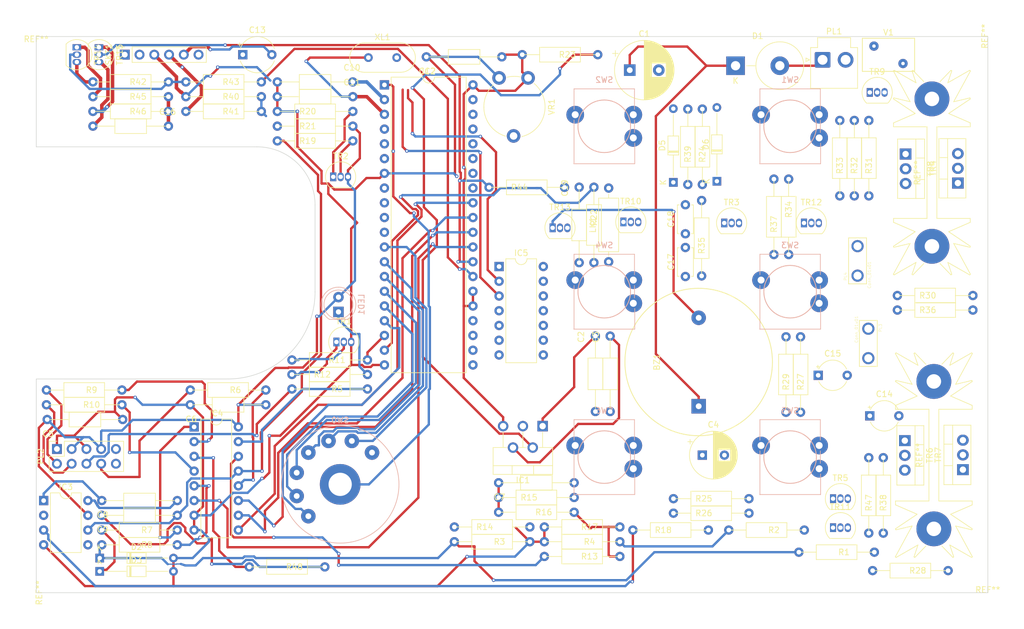
<source format=kicad_pcb>
(kicad_pcb (version 20171130) (host pcbnew 6.0.0-rc1-unknown-r14639-e49242bc)
  (layers (0 F.Cu signal) (31 B.Cu signal) (34 B.Paste user) (35 F.Paste user) (36 B.SilkS user) (37 F.SilkS user hide) (38 B.Mask user) (39 F.Mask user) (44 Edge.Cuts user))
  (net 0 "")
  (net 1 "Net-(BZ1-Pad2)")
  (net 2 +12V)
  (net 3 GND)
  (net 4 +BATT)
  (net 5 VDD)
  (net 6 "Net-(C7-Pad2)")
  (net 7 "Net-(C8-Pad1)")
  (net 8 "Net-(C8-Pad2)")
  (net 9 "Net-(C9-Pad1)")
  (net 10 "Net-(C9-Pad2)")
  (net 11 "Net-(C10-Pad2)")
  (net 12 "Net-(C11-Pad2)")
  (net 13 "Net-(C13-Pad2)")
  (net 14 "Net-(C13-Pad1)")
  (net 15 "Net-(C14-Pad2)")
  (net 16 "Net-(C14-Pad1)")
  (net 17 "Net-(C15-Pad1)")
  (net 18 "Net-(C17-Pad1)")
  (net 19 "Net-(D2-Pad1)")
  (net 20 "Net-(D3-Pad1)")
  (net 21 "Net-(D5-Pad1)")
  (net 22 "Net-(D6-Pad1)")
  (net 23 "Net-(IC1-Pad2)")
  (net 24 "Net-(IC3-Pad3)")
  (net 25 "Net-(IC3-Pad5)")
  (net 26 "Net-(IC4-Pad15)")
  (net 27 "Net-(IC4-Pad14)")
  (net 28 "Net-(IC2-Pad29)")
  (net 29 "Net-(IC4-Pad5)")
  (net 30 "Net-(IC4-Pad12)")
  (net 31 "Net-(IC4-Pad4)")
  (net 32 "Net-(IC2-Pad30)")
  (net 33 "Net-(IC4-Pad3)")
  (net 34 "Net-(IC2-Pad31)")
  (net 35 "Net-(IC4-Pad2)")
  (net 36 "Net-(IC2-Pad32)")
  (net 37 "Net-(IC4-Pad1)")
  (net 38 "Net-(IC2-Pad34)")
  (net 39 "Net-(IC2-Pad33)")
  (net 40 "Net-(IC5-Pad10)")
  (net 41 "Net-(IC5-Pad1)")
  (net 42 "Net-(IC5-Pad3)")
  (net 43 "Net-(IC5-Pad2)")
  (net 44 "Net-(LED1-Pad1)")
  (net 45 "Net-(IC2-Pad36)")
  (net 46 "Net-(PL2-Pad10)")
  (net 47 "Net-(PL2-Pad9)")
  (net 48 "Net-(PL2-Pad8)")
  (net 49 "Net-(PL2-Pad7)")
  (net 50 "Net-(PL2-Pad6)")
  (net 51 "Net-(PL2-Pad5)")
  (net 52 "Net-(R11-Pad2)")
  (net 53 "Net-(IC2-Pad18)")
  (net 54 "Net-(R12-Pad1)")
  (net 55 "Net-(R13-Pad1)")
  (net 56 "Net-(R19-Pad2)")
  (net 57 "Net-(IC2-Pad6)")
  (net 58 "Net-(IC2-Pad1)")
  (net 59 "Net-(R22-Pad2)")
  (net 60 "Net-(IC2-Pad19)")
  (net 61 "Net-(IC2-Pad38)")
  (net 62 "Net-(R25-Pad2)")
  (net 63 "Net-(R27-Pad1)")
  (net 64 "Net-(R30-Pad2)")
  (net 65 "Net-(R30-Pad1)")
  (net 66 "Net-(R32-Pad1)")
  (net 67 "Net-(R33-Pad1)")
  (net 68 "Net-(R34-Pad1)")
  (net 69 "Net-(R36-Pad2)")
  (net 70 "Net-(R36-Pad1)")
  (net 71 "Net-(IC2-Pad37)")
  (net 72 "Net-(R42-Pad1)")
  (net 73 "Net-(IC2-Pad27)")
  (net 74 "Net-(IC2-Pad28)")
  (net 75 "Net-(R45-Pad2)")
  (net 76 "Net-(R46-Pad2)")
  (net 77 "Net-(R47-Pad1)")
  (net 78 "Net-(SKT1-Pad1)")
  (net 79 /KP_ROW_1)
  (net 80 "Net-(SW1-Pad1)")
  (net 81 /KP_COL_2)
  (net 82 "Net-(SW2-Pad1)")
  (net 83 /KP_ROW_2)
  (net 84 "Net-(SW3-Pad1)")
  (net 85 "Net-(SW4-Pad1)")
  (net 86 /KP_ROW_3)
  (net 87 "Net-(SW5-Pad1)")
  (net 88 "Net-(SW6-Pad1)")
  (net 89 "Net-(IC2-Pad39)")
  (net 90 "Net-(IC2-Pad17)")
  (net 91 "Net-(IC2-Pad16)")
  (net 92 /KP_COL_1)
  (net 93 "Net-(IC2-Pad15)")
  (net 94 "Net-(IC2-Pad14)")
  (net 95 "Net-(IC2-Pad13)")
  (net 96 "Net-(IC2-Pad12)")
  (net 97 "Net-(IC2-Pad11)")
  (net 98 "Net-(IC2-Pad10)")
  (net 99 "Net-(IC2-Pad9)")
  (net 100 "Net-(IC2-Pad8)")
  (net 101 "Net-(IC2-Pad5)")
  (net 102 "Net-(SW0-Pad1)")
  (net 103 "Net-(C3-Pad2)")
  (net 104 "Net-(C18-Pad1)")
  (module ah3000:Buzzer_23x20RM15 (layer F.Cu) (at 134.366 80.264 90)
    (fp_text reference BZ1 (at 3.8 -7.2 90) (layer F.SilkS))
    (fp_text value Buzzer)
    (pad 2 thru_hole circle (at 11.43 0 90) (size 2.5 2.5) (drill 1) (layers *.Cu *.Mask) (net 1 "Net-(BZ1-Pad2)"))
    (pad 1 thru_hole rect (at -3.81 0 90) (size 2.5 2.5) (drill 1) (layers *.Cu *.Mask) (net 2 +12V))
  )
  (module Capacitor_THT:CP_Radial_D10.0mm_P5.00mm (layer F.Cu) (at 122.5 26.162)
    (fp_text reference C1 (at 2.5 -6.25) (layer F.SilkS))
    (fp_text value CP)
    (pad 2 thru_hole circle (at 5 0) (size 2 2) (drill 1) (layers *.Cu *.Mask) (net 3 GND))
    (pad 1 thru_hole rect (at 0 0) (size 2 2) (drill 1) (layers *.Cu *.Mask) (net 2 +12V))
  )
  (module Package_DIP:DIP-16_W7.62mm (layer F.Cu) (at 47.498 87.63)
    (fp_text reference IC4 (at 3.81 -2.33) (layer F.SilkS))
    (fp_text value 4051)
    (pad 16 thru_hole oval (at 7.62 0) (size 1.6 1.6) (drill 0.8) (layers *.Cu *.Mask) (net 5 VDD))
    (pad 8 thru_hole oval (at 0 17.78) (size 1.6 1.6) (drill 0.8) (layers *.Cu *.Mask) (net 3 GND))
    (pad 15 thru_hole oval (at 7.62 2.54) (size 1.6 1.6) (drill 0.8) (layers *.Cu *.Mask) (net 26 "Net-(IC4-Pad15)"))
    (pad 7 thru_hole oval (at 0 15.24) (size 1.6 1.6) (drill 0.8) (layers *.Cu *.Mask) (net 3 GND))
    (pad 14 thru_hole oval (at 7.62 5.08) (size 1.6 1.6) (drill 0.8) (layers *.Cu *.Mask) (net 27 "Net-(IC4-Pad14)"))
    (pad 6 thru_hole oval (at 0 12.7) (size 1.6 1.6) (drill 0.8) (layers *.Cu *.Mask) (net 28 "Net-(IC2-Pad29)"))
    (pad 13 thru_hole oval (at 7.62 7.62) (size 1.6 1.6) (drill 0.8) (layers *.Cu *.Mask) (net 9 "Net-(C9-Pad1)"))
    (pad 5 thru_hole oval (at 0 10.16) (size 1.6 1.6) (drill 0.8) (layers *.Cu *.Mask) (net 29 "Net-(IC4-Pad5)"))
    (pad 12 thru_hole oval (at 7.62 10.16) (size 1.6 1.6) (drill 0.8) (layers *.Cu *.Mask) (net 30 "Net-(IC4-Pad12)"))
    (pad 4 thru_hole oval (at 0 7.62) (size 1.6 1.6) (drill 0.8) (layers *.Cu *.Mask) (net 31 "Net-(IC4-Pad4)"))
    (pad 11 thru_hole oval (at 7.62 12.7) (size 1.6 1.6) (drill 0.8) (layers *.Cu *.Mask) (net 32 "Net-(IC2-Pad30)"))
    (pad 3 thru_hole oval (at 0 5.08) (size 1.6 1.6) (drill 0.8) (layers *.Cu *.Mask) (net 33 "Net-(IC4-Pad3)"))
    (pad 10 thru_hole oval (at 7.62 15.24) (size 1.6 1.6) (drill 0.8) (layers *.Cu *.Mask) (net 34 "Net-(IC2-Pad31)"))
    (pad 2 thru_hole oval (at 0 2.54) (size 1.6 1.6) (drill 0.8) (layers *.Cu *.Mask) (net 35 "Net-(IC4-Pad2)"))
    (pad 9 thru_hole oval (at 7.62 17.78) (size 1.6 1.6) (drill 0.8) (layers *.Cu *.Mask) (net 36 "Net-(IC2-Pad32)"))
    (pad 1 thru_hole rect (at 0 0) (size 1.6 1.6) (drill 0.8) (layers *.Cu *.Mask) (net 37 "Net-(IC4-Pad1)"))
  )
  (module ah3000:R_Axial_DIN0309_L9.0mm_D3.2mm_P12.70mm_Horizontal_AH (layer F.Cu) (at 63.5 111.76 180)
    (fp_text reference R48 (at -1.27 0 180) (layer F.SilkS))
    (fp_text value R)
    (pad 1 thru_hole circle (at -6.5 0 180) (size 1.6 1.6) (drill 0.8) (layers *.Cu *.Mask) (net 10 "Net-(C9-Pad2)"))
    (pad 2 thru_hole oval (at 6.5 0 180) (size 1.6 1.6) (drill 0.8) (layers *.Cu *.Mask) (net 33 "Net-(IC4-Pad3)"))
  )
  (module ah3000:R_Axial_DIN0309_L9.0mm_D3.2mm_P12.70mm_Horizontal_AH (layer F.Cu) (at 163.6538 99.4374 90)
    (fp_text reference R47 (at -1.27 0 90) (layer F.SilkS))
    (fp_text value R)
    (pad 1 thru_hole circle (at -6.5 0 90) (size 1.6 1.6) (drill 0.8) (layers *.Cu *.Mask) (net 77 "Net-(R47-Pad1)"))
    (pad 2 thru_hole oval (at 6.5 0 90) (size 1.6 1.6) (drill 0.8) (layers *.Cu *.Mask) (net 2 +12V))
  )
  (module ah3000:R_Axial_DIN0309_L9.0mm_D3.2mm_P12.70mm_Horizontal_AH (layer F.Cu) (at 104.775 46.355)
    (fp_text reference R44 (at -1.27 0) (layer F.SilkS))
    (fp_text value R)
    (pad 1 thru_hole circle (at -6.5 0) (size 1.6 1.6) (drill 0.8) (layers *.Cu *.Mask) (net 74 "Net-(IC2-Pad28)"))
    (pad 2 thru_hole oval (at 6.5 0) (size 1.6 1.6) (drill 0.8) (layers *.Cu *.Mask) (net 5 VDD))
  )
  (module ah3000:R_Axial_DIN0309_L9.0mm_D3.2mm_P12.70mm_Horizontal_AH (layer F.Cu) (at 52.578 28.194 180)
    (fp_text reference R43 (at -1.27 0 180) (layer F.SilkS))
    (fp_text value R)
    (pad 1 thru_hole circle (at -6.5 0 180) (size 1.6 1.6) (drill 0.8) (layers *.Cu *.Mask) (net 72 "Net-(R42-Pad1)"))
    (pad 2 thru_hole oval (at 6.5 0 180) (size 1.6 1.6) (drill 0.8) (layers *.Cu *.Mask) (net 73 "Net-(IC2-Pad27)"))
  )
  (module ah3000:R_Axial_DIN0309_L9.0mm_D3.2mm_P12.70mm_Horizontal_AH (layer F.Cu) (at 52.578 33.274 180)
    (fp_text reference R41 (at -1.27 0 180) (layer F.SilkS))
    (fp_text value 270)
    (pad 1 thru_hole circle (at -6.5 0 180) (size 1.6 1.6) (drill 0.8) (layers *.Cu *.Mask) (net 6 "Net-(C7-Pad2)"))
    (pad 2 thru_hole oval (at 6.5 0 180) (size 1.6 1.6) (drill 0.8) (layers *.Cu *.Mask) (net 43 "Net-(IC5-Pad2)"))
  )
  (module ah3000:R_Axial_DIN0309_L9.0mm_D3.2mm_P12.70mm_Horizontal_AH (layer F.Cu) (at 52.578 30.734 180)
    (fp_text reference R40 (at -1.27 0 180) (layer F.SilkS))
    (fp_text value 270)
    (pad 1 thru_hole circle (at -6.5 0 180) (size 1.6 1.6) (drill 0.8) (layers *.Cu *.Mask) (net 6 "Net-(C7-Pad2)"))
    (pad 2 thru_hole oval (at 6.5 0 180) (size 1.6 1.6) (drill 0.8) (layers *.Cu *.Mask) (net 42 "Net-(IC5-Pad3)"))
  )
  (module ah3000:R_Axial_DIN0309_L9.0mm_D3.2mm_P12.70mm_Horizontal_AH (layer F.Cu) (at 132.5 39.37 90)
    (fp_text reference R39 (at -1.27 0 90) (layer F.SilkS))
    (fp_text value R)
    (pad 1 thru_hole circle (at -6.5 0 90) (size 1.6 1.6) (drill 0.8) (layers *.Cu *.Mask) (net 71 "Net-(IC2-Pad37)"))
    (pad 2 thru_hole oval (at 6.5 0 90) (size 1.6 1.6) (drill 0.8) (layers *.Cu *.Mask) (net 5 VDD))
  )
  (module ah3000:R_Axial_DIN0309_L9.0mm_D3.2mm_P12.70mm_Horizontal_AH (layer F.Cu) (at 166.1538 99.4374 90)
    (fp_text reference R38 (at -1.27 0 90) (layer F.SilkS))
    (fp_text value R)
    (pad 1 thru_hole circle (at -6.5 0 90) (size 1.6 1.6) (drill 0.8) (layers *.Cu *.Mask) (net 3 GND))
    (pad 2 thru_hole oval (at 6.5 0 90) (size 1.6 1.6) (drill 0.8) (layers *.Cu *.Mask) (net 70 "Net-(R36-Pad1)"))
  )
  (module ah3000:R_Axial_DIN0309_L9.0mm_D3.2mm_P12.70mm_Horizontal_AH (layer F.Cu) (at 147.32 51.435 90)
    (fp_text reference R37 (at -1.27 0 90) (layer F.SilkS))
    (fp_text value R)
    (pad 1 thru_hole circle (at -6.5 0 90) (size 1.6 1.6) (drill 0.8) (layers *.Cu *.Mask) (net 21 "Net-(D5-Pad1)"))
    (pad 2 thru_hole oval (at 6.5 0 90) (size 1.6 1.6) (drill 0.8) (layers *.Cu *.Mask) (net 68 "Net-(R34-Pad1)"))
  )
  (module ah3000:R_Axial_DIN0309_L9.0mm_D3.2mm_P12.70mm_Horizontal_AH (layer F.Cu) (at 175.08 67.5)
    (fp_text reference R36 (at -1.27 0) (layer F.SilkS))
    (fp_text value R)
    (pad 1 thru_hole circle (at -6.5 0) (size 1.6 1.6) (drill 0.8) (layers *.Cu *.Mask) (net 70 "Net-(R36-Pad1)"))
    (pad 2 thru_hole oval (at 6.5 0) (size 1.6 1.6) (drill 0.8) (layers *.Cu *.Mask) (net 69 "Net-(R36-Pad2)"))
  )
  (module ah3000:R_Axial_DIN0309_L9.0mm_D3.2mm_P12.70mm_Horizontal_AH (layer F.Cu) (at 134.874 55.118 90)
    (fp_text reference R35 (at -1.27 0 90) (layer F.SilkS))
    (fp_text value R)
    (pad 1 thru_hole circle (at -6.5 0 90) (size 1.6 1.6) (drill 0.8) (layers *.Cu *.Mask) (net 104 "Net-(C18-Pad1)"))
    (pad 2 thru_hole oval (at 6.5 0 90) (size 1.6 1.6) (drill 0.8) (layers *.Cu *.Mask) (net 67 "Net-(R33-Pad1)"))
  )
  (module ah3000:R_Axial_DIN0309_L9.0mm_D3.2mm_P12.70mm_Horizontal_AH (layer F.Cu) (at 149.86 51.435 270)
    (fp_text reference R34 (at -1.27 0 270) (layer F.SilkS))
    (fp_text value R)
    (pad 1 thru_hole circle (at -6.5 0 270) (size 1.6 1.6) (drill 0.8) (layers *.Cu *.Mask) (net 68 "Net-(R34-Pad1)"))
    (pad 2 thru_hole oval (at 6.5 0 270) (size 1.6 1.6) (drill 0.8) (layers *.Cu *.Mask) (net 2 +12V))
  )
  (module ah3000:R_Axial_DIN0309_L9.0mm_D3.2mm_P12.70mm_Horizontal_AH (layer F.Cu) (at 158.6646 41.3278 90)
    (fp_text reference R33 (at -1.27 0 90) (layer F.SilkS))
    (fp_text value R)
    (pad 1 thru_hole circle (at -6.5 0 90) (size 1.6 1.6) (drill 0.8) (layers *.Cu *.Mask) (net 67 "Net-(R33-Pad1)"))
    (pad 2 thru_hole oval (at 6.5 0 90) (size 1.6 1.6) (drill 0.8) (layers *.Cu *.Mask) (net 2 +12V))
  )
  (module ah3000:R_Axial_DIN0309_L9.0mm_D3.2mm_P12.70mm_Horizontal_AH (layer F.Cu) (at 161.1646 41.3278 90)
    (fp_text reference R32 (at -1.27 0 90) (layer F.SilkS))
    (fp_text value R)
    (pad 1 thru_hole circle (at -6.5 0 90) (size 1.6 1.6) (drill 0.8) (layers *.Cu *.Mask) (net 66 "Net-(R32-Pad1)"))
    (pad 2 thru_hole oval (at 6.5 0 90) (size 1.6 1.6) (drill 0.8) (layers *.Cu *.Mask) (net 2 +12V))
  )
  (module ah3000:R_Axial_DIN0309_L9.0mm_D3.2mm_P12.70mm_Horizontal_AH (layer F.Cu) (at 163.6646 41.3278 90)
    (fp_text reference R31 (at -1.27 0 90) (layer F.SilkS))
    (fp_text value R)
    (pad 1 thru_hole circle (at -6.5 0 90) (size 1.6 1.6) (drill 0.8) (layers *.Cu *.Mask) (net 3 GND))
    (pad 2 thru_hole oval (at 6.5 0 90) (size 1.6 1.6) (drill 0.8) (layers *.Cu *.Mask) (net 65 "Net-(R30-Pad1)"))
  )
  (module ah3000:R_Axial_DIN0309_L9.0mm_D3.2mm_P12.70mm_Horizontal_AH (layer F.Cu) (at 175.08 65)
    (fp_text reference R30 (at -1.27 0) (layer F.SilkS))
    (fp_text value R)
    (pad 1 thru_hole circle (at -6.5 0) (size 1.6 1.6) (drill 0.8) (layers *.Cu *.Mask) (net 65 "Net-(R30-Pad1)"))
    (pad 2 thru_hole oval (at 6.5 0) (size 1.6 1.6) (drill 0.8) (layers *.Cu *.Mask) (net 64 "Net-(R30-Pad2)"))
  )
  (module ah3000:R_Axial_DIN0309_L9.0mm_D3.2mm_P12.70mm_Horizontal_AH (layer F.Cu) (at 149.405 78.61 90)
    (fp_text reference R29 (at -1.27 0 90) (layer F.SilkS))
    (fp_text value R)
    (pad 1 thru_hole circle (at -6.5 0 90) (size 1.6 1.6) (drill 0.8) (layers *.Cu *.Mask) (net 18 "Net-(C17-Pad1)"))
    (pad 2 thru_hole oval (at 6.5 0 90) (size 1.6 1.6) (drill 0.8) (layers *.Cu *.Mask) (net 63 "Net-(R27-Pad1)"))
  )
  (module ah3000:R_Axial_DIN0309_L9.0mm_D3.2mm_P12.70mm_Horizontal_AH (layer F.Cu) (at 170.815 112.395 180)
    (fp_text reference R28 (at -1.27 0 180) (layer F.SilkS))
    (fp_text value R)
    (pad 1 thru_hole circle (at -6.5 0 180) (size 1.6 1.6) (drill 0.8) (layers *.Cu *.Mask) (net 17 "Net-(C15-Pad1)"))
    (pad 2 thru_hole oval (at 6.5 0 180) (size 1.6 1.6) (drill 0.8) (layers *.Cu *.Mask) (net 16 "Net-(C14-Pad1)"))
  )
  (module ah3000:R_Axial_DIN0309_L9.0mm_D3.2mm_P12.70mm_Horizontal_AH (layer F.Cu) (at 151.905 78.61 90)
    (fp_text reference R27 (at -1.27 0 90) (layer F.SilkS))
    (fp_text value R)
    (pad 1 thru_hole circle (at -6.5 0 90) (size 1.6 1.6) (drill 0.8) (layers *.Cu *.Mask) (net 63 "Net-(R27-Pad1)"))
    (pad 2 thru_hole oval (at 6.5 0 90) (size 1.6 1.6) (drill 0.8) (layers *.Cu *.Mask) (net 2 +12V))
  )
  (module ah3000:R_Axial_DIN0309_L9.0mm_D3.2mm_P12.70mm_Horizontal_AH (layer F.Cu) (at 136.525 102.5)
    (fp_text reference R26 (at -1.27 0) (layer F.SilkS))
    (fp_text value R)
    (pad 1 thru_hole circle (at -6.5 0) (size 1.6 1.6) (drill 0.8) (layers *.Cu *.Mask) (net 62 "Net-(R25-Pad2)"))
    (pad 2 thru_hole oval (at 6.5 0) (size 1.6 1.6) (drill 0.8) (layers *.Cu *.Mask) (net 2 +12V))
  )
  (module ah3000:R_Axial_DIN0309_L9.0mm_D3.2mm_P12.70mm_Horizontal_AH (layer F.Cu) (at 136.525 100)
    (fp_text reference R25 (at -1.27 0) (layer F.SilkS))
    (fp_text value R)
    (pad 1 thru_hole circle (at -6.5 0) (size 1.6 1.6) (drill 0.8) (layers *.Cu *.Mask) (net 22 "Net-(D6-Pad1)"))
    (pad 2 thru_hole oval (at 6.5 0) (size 1.6 1.6) (drill 0.8) (layers *.Cu *.Mask) (net 62 "Net-(R25-Pad2)"))
  )
  (module ah3000:R_Axial_DIN0309_L9.0mm_D3.2mm_P12.70mm_Horizontal_AH (layer F.Cu) (at 135 39.37 90)
    (fp_text reference R24 (at -1.27 0 90) (layer F.SilkS))
    (fp_text value R)
    (pad 1 thru_hole circle (at -6.5 0 90) (size 1.6 1.6) (drill 0.8) (layers *.Cu *.Mask) (net 61 "Net-(IC2-Pad38)"))
    (pad 2 thru_hole oval (at 6.5 0 90) (size 1.6 1.6) (drill 0.8) (layers *.Cu *.Mask) (net 5 VDD))
  )
  (module ah3000:R_Axial_DIN0309_L9.0mm_D3.2mm_P12.70mm_Horizontal_AH (layer F.Cu) (at 110.49 23.495 180)
    (fp_text reference R23 (at -1.27 0 180) (layer F.SilkS))
    (fp_text value R)
    (pad 1 thru_hole circle (at -6.5 0 180) (size 1.6 1.6) (drill 0.8) (layers *.Cu *.Mask) (net 23 "Net-(IC1-Pad2)"))
    (pad 2 thru_hole oval (at 6.5 0 180) (size 1.6 1.6) (drill 0.8) (layers *.Cu *.Mask) (net 5 VDD))
  )
  (module ah3000:R_Axial_DIN0309_L9.0mm_D3.2mm_P12.70mm_Horizontal_AH (layer F.Cu) (at 116.332 52.832 270)
    (fp_text reference R22 (at -1.27 0 270) (layer F.SilkS))
    (fp_text value R)
    (pad 1 thru_hole circle (at -6.5 0 270) (size 1.6 1.6) (drill 0.8) (layers *.Cu *.Mask) (net 60 "Net-(IC2-Pad19)"))
    (pad 2 thru_hole oval (at 6.5 0 270) (size 1.6 1.6) (drill 0.8) (layers *.Cu *.Mask) (net 59 "Net-(R22-Pad2)"))
  )
  (module ah3000:R_Axial_DIN0309_L9.0mm_D3.2mm_P12.70mm_Horizontal_AH (layer F.Cu) (at 68.326 35.814)
    (fp_text reference R21 (at -1.27 0) (layer F.SilkS))
    (fp_text value R)
    (pad 1 thru_hole circle (at -6.5 0) (size 1.6 1.6) (drill 0.8) (layers *.Cu *.Mask) (net 58 "Net-(IC2-Pad1)"))
    (pad 2 thru_hole oval (at 6.5 0) (size 1.6 1.6) (drill 0.8) (layers *.Cu *.Mask) (net 5 VDD))
  )
  (module ah3000:R_Axial_DIN0309_L9.0mm_D3.2mm_P12.70mm_Horizontal_AH (layer F.Cu) (at 68.326 33.274)
    (fp_text reference R20 (at -1.27 0) (layer F.SilkS))
    (fp_text value R)
    (pad 1 thru_hole circle (at -6.5 0) (size 1.6 1.6) (drill 0.8) (layers *.Cu *.Mask) (net 3 GND))
    (pad 2 thru_hole oval (at 6.5 0) (size 1.6 1.6) (drill 0.8) (layers *.Cu *.Mask) (net 57 "Net-(IC2-Pad6)"))
  )
  (module ah3000:R_Axial_DIN0309_L9.0mm_D3.2mm_P12.70mm_Horizontal_AH (layer F.Cu) (at 68.326 38.354)
    (fp_text reference R19 (at -1.27 0) (layer F.SilkS))
    (fp_text value R)
    (pad 1 thru_hole circle (at -6.5 0) (size 1.6 1.6) (drill 0.8) (layers *.Cu *.Mask) (net 9 "Net-(C9-Pad1)"))
    (pad 2 thru_hole oval (at 6.5 0) (size 1.6 1.6) (drill 0.8) (layers *.Cu *.Mask) (net 56 "Net-(R19-Pad2)"))
  )
  (module ah3000:R_Axial_DIN0309_L9.0mm_D3.2mm_P12.70mm_Horizontal_AH (layer F.Cu) (at 129.54 105.41)
    (fp_text reference R18 (at -1.27 0) (layer F.SilkS))
    (fp_text value R)
    (pad 1 thru_hole circle (at -6.5 0) (size 1.6 1.6) (drill 0.8) (layers *.Cu *.Mask) (net 24 "Net-(IC3-Pad3)"))
    (pad 2 thru_hole oval (at 6.5 0) (size 1.6 1.6) (drill 0.8) (layers *.Cu *.Mask) (net 6 "Net-(C7-Pad2)"))
  )
  (module ah3000:R_Axial_DIN0309_L9.0mm_D3.2mm_P12.70mm_Horizontal_AH (layer F.Cu) (at 114.3 104.878 180)
    (fp_text reference R17 (at -1.27 0 180) (layer F.SilkS))
    (fp_text value R)
    (pad 1 thru_hole circle (at -6.5 0 180) (size 1.6 1.6) (drill 0.8) (layers *.Cu *.Mask) (net 55 "Net-(R13-Pad1)"))
    (pad 2 thru_hole oval (at 6.5 0 180) (size 1.6 1.6) (drill 0.8) (layers *.Cu *.Mask) (net 3 GND))
  )
  (module ah3000:R_Axial_DIN0309_L9.0mm_D3.2mm_P12.70mm_Horizontal_AH (layer F.Cu) (at 106.426 102.338 180)
    (fp_text reference R16 (at -1.27 0 180) (layer F.SilkS))
    (fp_text value R)
    (pad 1 thru_hole circle (at -6.5 0 180) (size 1.6 1.6) (drill 0.8) (layers *.Cu *.Mask) (net 55 "Net-(R13-Pad1)"))
    (pad 2 thru_hole oval (at 6.5 0 180) (size 1.6 1.6) (drill 0.8) (layers *.Cu *.Mask) (net 6 "Net-(C7-Pad2)"))
  )
  (module ah3000:R_Axial_DIN0309_L9.0mm_D3.2mm_P12.70mm_Horizontal_AH (layer F.Cu) (at 106.426 99.798)
    (fp_text reference R15 (at -1.27 0) (layer F.SilkS))
    (fp_text value R)
    (pad 1 thru_hole circle (at -6.5 0) (size 1.6 1.6) (drill 0.8) (layers *.Cu *.Mask) (net 6 "Net-(C7-Pad2)"))
    (pad 2 thru_hole oval (at 6.5 0) (size 1.6 1.6) (drill 0.8) (layers *.Cu *.Mask) (net 5 VDD))
  )
  (module ah3000:R_Axial_DIN0309_L9.0mm_D3.2mm_P12.70mm_Horizontal_AH (layer F.Cu) (at 98.806 104.878)
    (fp_text reference R14 (at -1.27 0) (layer F.SilkS))
    (fp_text value R)
    (pad 1 thru_hole circle (at -6.5 0) (size 1.6 1.6) (drill 0.8) (layers *.Cu *.Mask) (net 41 "Net-(IC5-Pad1)"))
    (pad 2 thru_hole oval (at 6.5 0) (size 1.6 1.6) (drill 0.8) (layers *.Cu *.Mask) (net 10 "Net-(C9-Pad2)"))
  )
  (module ah3000:R_Axial_DIN0309_L9.0mm_D3.2mm_P12.70mm_Horizontal_AH (layer F.Cu) (at 114.3 109.958 180)
    (fp_text reference R13 (at -1.27 0 180) (layer F.SilkS))
    (fp_text value R)
    (pad 1 thru_hole circle (at -6.5 0 180) (size 1.6 1.6) (drill 0.8) (layers *.Cu *.Mask) (net 55 "Net-(R13-Pad1)"))
    (pad 2 thru_hole oval (at 6.5 0 180) (size 1.6 1.6) (drill 0.8) (layers *.Cu *.Mask) (net 27 "Net-(IC4-Pad14)"))
  )
  (module ah3000:R_Axial_DIN0309_L9.0mm_D3.2mm_P12.70mm_Horizontal_AH (layer F.Cu) (at 70.842 78.603)
    (fp_text reference R12 (at -1.27 0) (layer F.SilkS))
    (fp_text value R)
    (pad 1 thru_hole circle (at -6.5 0) (size 1.6 1.6) (drill 0.8) (layers *.Cu *.Mask) (net 54 "Net-(R12-Pad1)"))
    (pad 2 thru_hole oval (at 6.5 0) (size 1.6 1.6) (drill 0.8) (layers *.Cu *.Mask) (net 44 "Net-(LED1-Pad1)"))
  )
  (module ah3000:R_Axial_DIN0309_L9.0mm_D3.2mm_P12.70mm_Horizontal_AH (layer F.Cu) (at 70.842 76.103 180)
    (fp_text reference R11 (at -1.27 0 180) (layer F.SilkS))
    (fp_text value R)
    (pad 1 thru_hole circle (at -6.5 0 180) (size 1.6 1.6) (drill 0.8) (layers *.Cu *.Mask) (net 53 "Net-(IC2-Pad18)"))
    (pad 2 thru_hole oval (at 6.5 0 180) (size 1.6 1.6) (drill 0.8) (layers *.Cu *.Mask) (net 52 "Net-(R11-Pad2)"))
  )
  (module ah3000:R_Axial_DIN0309_L9.0mm_D3.2mm_P12.70mm_Horizontal_AH (layer F.Cu) (at 28.575 83.82 180)
    (fp_text reference R10 (at -1.27 0 180) (layer F.SilkS))
    (fp_text value R)
    (pad 1 thru_hole circle (at -6.5 0 180) (size 1.6 1.6) (drill 0.8) (layers *.Cu *.Mask) (net 31 "Net-(IC4-Pad4)"))
    (pad 2 thru_hole oval (at 6.5 0 180) (size 1.6 1.6) (drill 0.8) (layers *.Cu *.Mask) (net 47 "Net-(PL2-Pad9)"))
  )
  (module ah3000:R_Axial_DIN0309_L9.0mm_D3.2mm_P12.70mm_Horizontal_AH (layer F.Cu) (at 28.575 81.28 180)
    (fp_text reference R9 (at -1.27 0 180) (layer F.SilkS))
    (fp_text value R)
    (pad 1 thru_hole circle (at -6.5 0 180) (size 1.6 1.6) (drill 0.8) (layers *.Cu *.Mask) (net 35 "Net-(IC4-Pad2)"))
    (pad 2 thru_hole oval (at 6.5 0 180) (size 1.6 1.6) (drill 0.8) (layers *.Cu *.Mask) (net 46 "Net-(PL2-Pad10)"))
  )
  (module ah3000:R_Axial_DIN0309_L9.0mm_D3.2mm_P12.70mm_Horizontal_AH (layer F.Cu) (at 38.1 107.95 180)
    (fp_text reference R8 (at -1.27 0 180) (layer F.SilkS))
    (fp_text value R)
    (pad 1 thru_hole circle (at -6.5 0 180) (size 1.6 1.6) (drill 0.8) (layers *.Cu *.Mask) (net 29 "Net-(IC4-Pad5)"))
    (pad 2 thru_hole oval (at 6.5 0 180) (size 1.6 1.6) (drill 0.8) (layers *.Cu *.Mask) (net 19 "Net-(D2-Pad1)"))
  )
  (module ah3000:R_Axial_DIN0309_L9.0mm_D3.2mm_P12.70mm_Horizontal_AH (layer F.Cu) (at 38.1 105.41 180)
    (fp_text reference R7 (at -1.27 0 180) (layer F.SilkS))
    (fp_text value R)
    (pad 1 thru_hole circle (at -6.5 0 180) (size 1.6 1.6) (drill 0.8) (layers *.Cu *.Mask) (net 37 "Net-(IC4-Pad1)"))
    (pad 2 thru_hole oval (at 6.5 0 180) (size 1.6 1.6) (drill 0.8) (layers *.Cu *.Mask) (net 20 "Net-(D3-Pad1)"))
  )
  (module ah3000:R_Axial_DIN0309_L9.0mm_D3.2mm_P12.70mm_Horizontal_AH (layer F.Cu) (at 53.34 81.28 180)
    (fp_text reference R6 (at -1.27 0 180) (layer F.SilkS))
    (fp_text value R)
    (pad 1 thru_hole circle (at -6.5 0 180) (size 1.6 1.6) (drill 0.8) (layers *.Cu *.Mask) (net 30 "Net-(IC4-Pad12)"))
    (pad 2 thru_hole oval (at 6.5 0 180) (size 1.6 1.6) (drill 0.8) (layers *.Cu *.Mask) (net 49 "Net-(PL2-Pad7)"))
  )
  (module ah3000:R_Axial_DIN0309_L9.0mm_D3.2mm_P12.70mm_Horizontal_AH (layer F.Cu) (at 70.842 81.103 180)
    (fp_text reference R5 (at -1.27 0 180) (layer F.SilkS))
    (fp_text value R)
    (pad 1 thru_hole circle (at -6.5 0 180) (size 1.6 1.6) (drill 0.8) (layers *.Cu *.Mask) (net 26 "Net-(IC4-Pad15)"))
    (pad 2 thru_hole oval (at 6.5 0 180) (size 1.6 1.6) (drill 0.8) (layers *.Cu *.Mask) (net 48 "Net-(PL2-Pad8)"))
  )
  (module ah3000:R_Axial_DIN0309_L9.0mm_D3.2mm_P12.70mm_Horizontal_AH (layer F.Cu) (at 114.3 107.418 180)
    (fp_text reference R4 (at -1.27 0 180) (layer F.SilkS))
    (fp_text value R)
    (pad 1 thru_hole circle (at -6.5 0 180) (size 1.6 1.6) (drill 0.8) (layers *.Cu *.Mask) (net 20 "Net-(D3-Pad1)"))
    (pad 2 thru_hole oval (at 6.5 0 180) (size 1.6 1.6) (drill 0.8) (layers *.Cu *.Mask) (net 3 GND))
  )
  (module ah3000:R_Axial_DIN0309_L9.0mm_D3.2mm_P12.70mm_Horizontal_AH (layer F.Cu) (at 98.806 107.418 180)
    (fp_text reference R3 (at -1.27 0 180) (layer F.SilkS))
    (fp_text value R)
    (pad 1 thru_hole circle (at -6.5 0 180) (size 1.6 1.6) (drill 0.8) (layers *.Cu *.Mask) (net 3 GND))
    (pad 2 thru_hole oval (at 6.5 0 180) (size 1.6 1.6) (drill 0.8) (layers *.Cu *.Mask) (net 19 "Net-(D2-Pad1)"))
  )
  (module ah3000:R_Axial_DIN0309_L9.0mm_D3.2mm_P12.70mm_Horizontal_AH (layer F.Cu) (at 146.05 105.41 180)
    (fp_text reference R2 (at -1.27 0 180) (layer F.SilkS))
    (fp_text value R)
    (pad 1 thru_hole circle (at -6.5 0 180) (size 1.6 1.6) (drill 0.8) (layers *.Cu *.Mask) (net 17 "Net-(C15-Pad1)"))
    (pad 2 thru_hole oval (at 6.5 0 180) (size 1.6 1.6) (drill 0.8) (layers *.Cu *.Mask) (net 20 "Net-(D3-Pad1)"))
  )
  (module ah3000:R_Axial_DIN0309_L9.0mm_D3.2mm_P12.70mm_Horizontal_AH (layer F.Cu) (at 158.115 109.22 180)
    (fp_text reference R1 (at -1.27 0 180) (layer F.SilkS))
    (fp_text value R)
    (pad 1 thru_hole circle (at -6.5 0 180) (size 1.6 1.6) (drill 0.8) (layers *.Cu *.Mask) (net 16 "Net-(C14-Pad1)"))
    (pad 2 thru_hole oval (at 6.5 0 180) (size 1.6 1.6) (drill 0.8) (layers *.Cu *.Mask) (net 19 "Net-(D2-Pad1)"))
  )
  (module Resistor_THT:R_Axial_DIN0309_L9.0mm_D3.2mm_P12.70mm_Horizontal (layer F.Cu) (at 118.872 52.832 90)
    (fp_text reference LK1 (at 0 -2.72 90) (layer F.SilkS))
    (fp_text value Jumper_NC_Small)
    (pad 2 thru_hole oval (at 6.35 0 90) (size 1.6 1.6) (drill 0.8) (layers *.Cu *.Mask) (net 3 GND))
    (pad 1 thru_hole circle (at -6.35 0 90) (size 1.6 1.6) (drill 0.8) (layers *.Cu *.Mask) (net 45 "Net-(IC2-Pad36)"))
  )
  (module Capacitor_THT:C_Disc_D4.7mm_W2.5mm_P5.00mm (layer F.Cu) (at 132.08 54.356 90)
    (fp_text reference C18 (at 2.5 -2.5 90) (layer F.SilkS))
    (fp_text value C)
    (pad 2 thru_hole circle (at 5 0 90) (size 1.6 1.6) (drill 0.8) (layers *.Cu *.Mask) (net 3 GND))
    (pad 1 thru_hole circle (at 0 0 90) (size 1.6 1.6) (drill 0.8) (layers *.Cu *.Mask) (net 104 "Net-(C18-Pad1)"))
  )
  (module Capacitor_THT:C_Disc_D4.7mm_W2.5mm_P5.00mm (layer F.Cu) (at 132.08 61.722 90)
    (fp_text reference C17 (at 2.5 -2.5 90) (layer F.SilkS))
    (fp_text value C)
    (pad 2 thru_hole circle (at 5 0 90) (size 1.6 1.6) (drill 0.8) (layers *.Cu *.Mask) (net 3 GND))
    (pad 1 thru_hole circle (at 0 0 90) (size 1.6 1.6) (drill 0.8) (layers *.Cu *.Mask) (net 18 "Net-(C17-Pad1)"))
  )
  (module ah3000:PinSocket_2x05_P2.54mm_Vertical (layer F.Cu) (at 23.876 91.44 90)
    (fp_text reference PL2 (at -1.27 -2.77 90) (layer F.SilkS))
    (fp_text value Conn_02x05_Counter_Clockwise)
    (pad 1 thru_hole rect (at 0 0 90) (size 1.7 1.7) (drill 1) (layers *.Cu *.Mask) (net 3 GND))
    (pad 2 thru_hole oval (at 0 2.54 90) (size 1.7 1.7) (drill 1) (layers *.Cu *.Mask) (net 5 VDD))
    (pad 3 thru_hole oval (at 0 5.08 90) (size 1.7 1.7) (drill 1) (layers *.Cu *.Mask) (net 3 GND))
    (pad 4 thru_hole oval (at 0 7.62 90) (size 1.7 1.7) (drill 1) (layers *.Cu *.Mask) (net 5 VDD))
    (pad 5 thru_hole oval (at 0 10.16 90) (size 1.7 1.7) (drill 1) (layers *.Cu *.Mask) (net 51 "Net-(PL2-Pad5)"))
    (pad 6 thru_hole oval (at -2.54 10.16 90) (size 1.7 1.7) (drill 1) (layers *.Cu *.Mask) (net 50 "Net-(PL2-Pad6)"))
    (pad 7 thru_hole oval (at -2.54 7.62 90) (size 1.7 1.7) (drill 1) (layers *.Cu *.Mask) (net 49 "Net-(PL2-Pad7)"))
    (pad 8 thru_hole oval (at -2.54 5.08 90) (size 1.7 1.7) (drill 1) (layers *.Cu *.Mask) (net 48 "Net-(PL2-Pad8)"))
    (pad 9 thru_hole oval (at -2.54 2.54 90) (size 1.7 1.7) (drill 1) (layers *.Cu *.Mask) (net 47 "Net-(PL2-Pad9)"))
    (pad 10 thru_hole oval (at -2.54 0 90) (size 1.7 1.7) (drill 1) (layers *.Cu *.Mask) (net 46 "Net-(PL2-Pad10)"))
  )
  (module ah3000:C_DO-41_SOD81_P12.70mm_Horizontal (layer F.Cu) (at 113.792 52.832 90)
    (fp_text reference C19 (at 6.35 -2.47 90) (layer F.SilkS))
    (fp_text value C)
    (pad 1 thru_hole circle (at -6.5 0 270) (size 1.6 1.6) (drill 0.8) (layers *.Cu *.Mask) (net 5 VDD))
    (pad 2 thru_hole circle (at 6.5 0 90) (size 1.6 1.6) (drill 0.8) (layers *.Cu *.Mask) (net 3 GND))
  )
  (module ah3000:C_DO-41_SOD81_P12.70mm_Horizontal (layer F.Cu) (at 119.126 78.486 90)
    (fp_text reference C3 (at 6.35 -2.47 90) (layer F.SilkS))
    (fp_text value C)
    (pad 1 thru_hole circle (at -6.5 0 270) (size 1.6 1.6) (drill 0.8) (layers *.Cu *.Mask) (net 3 GND))
    (pad 2 thru_hole circle (at 6.5 0 90) (size 1.6 1.6) (drill 0.8) (layers *.Cu *.Mask) (net 103 "Net-(C3-Pad2)"))
  )
  (module ah3000:C_DO-41_SOD81_P12.70mm_Horizontal (layer F.Cu) (at 116.586 78.486 90)
    (fp_text reference C2 (at 6.35 -2.47 90) (layer F.SilkS))
    (fp_text value C)
    (pad 1 thru_hole circle (at -6.5 0 270) (size 1.6 1.6) (drill 0.8) (layers *.Cu *.Mask) (net 3 GND))
    (pad 2 thru_hole circle (at 6.5 0 90) (size 1.6 1.6) (drill 0.8) (layers *.Cu *.Mask) (net 4 +BATT))
  )
  (module ah3000:C_DO-41_SOD81_P12.70mm_Horizontal (layer F.Cu) (at 28.702 86.36 180)
    (fp_text reference C5 (at 6.35 -2.47 180) (layer F.SilkS))
    (fp_text value C)
    (pad 1 thru_hole circle (at -6.5 0) (size 1.6 1.6) (drill 0.8) (layers *.Cu *.Mask) (net 3 GND))
    (pad 2 thru_hole circle (at 6.5 0 180) (size 1.6 1.6) (drill 0.8) (layers *.Cu *.Mask) (net 5 VDD))
  )
  (module ah3000:C_DO-41_SOD81_P12.70mm_Horizontal (layer F.Cu) (at 53.34 83.82 180)
    (fp_text reference C6 (at 6.35 -2.47 180) (layer F.SilkS))
    (fp_text value C)
    (pad 1 thru_hole circle (at -6.5 0) (size 1.6 1.6) (drill 0.8) (layers *.Cu *.Mask) (net 5 VDD))
    (pad 2 thru_hole circle (at 6.5 0 180) (size 1.6 1.6) (drill 0.8) (layers *.Cu *.Mask) (net 3 GND))
  )
  (module ah3000:C_DO-41_SOD81_P12.70mm_Horizontal (layer F.Cu) (at 106.426 97.258 180)
    (fp_text reference C7 (at 6.35 -2.47 180) (layer F.SilkS))
    (fp_text value C)
    (pad 1 thru_hole circle (at -6.5 0) (size 1.6 1.6) (drill 0.8) (layers *.Cu *.Mask) (net 3 GND))
    (pad 2 thru_hole circle (at 6.5 0 180) (size 1.6 1.6) (drill 0.8) (layers *.Cu *.Mask) (net 6 "Net-(C7-Pad2)"))
  )
  (module ah3000:C_DO-41_SOD81_P12.70mm_Horizontal (layer F.Cu) (at 38.1 100.33 180)
    (fp_text reference C8 (at 6.35 -2.47 180) (layer F.SilkS))
    (fp_text value C)
    (pad 1 thru_hole circle (at -6.5 0) (size 1.6 1.6) (drill 0.8) (layers *.Cu *.Mask) (net 7 "Net-(C8-Pad1)"))
    (pad 2 thru_hole circle (at 6.5 0 180) (size 1.6 1.6) (drill 0.8) (layers *.Cu *.Mask) (net 8 "Net-(C8-Pad2)"))
  )
  (module ah3000:C_DO-41_SOD81_P12.70mm_Horizontal (layer F.Cu) (at 38.1 102.87 180)
    (fp_text reference C9 (at 6.35 -2.47 180) (layer F.SilkS))
    (fp_text value C)
    (pad 1 thru_hole circle (at -6.5 0) (size 1.6 1.6) (drill 0.8) (layers *.Cu *.Mask) (net 9 "Net-(C9-Pad1)"))
    (pad 2 thru_hole circle (at 6.5 0 180) (size 1.6 1.6) (drill 0.8) (layers *.Cu *.Mask) (net 10 "Net-(C9-Pad2)"))
  )
  (module ah3000:C_DO-41_SOD81_P12.70mm_Horizontal (layer F.Cu) (at 68.326 28.194)
    (fp_text reference C10 (at 6.35 -2.47) (layer F.SilkS))
    (fp_text value C)
    (pad 1 thru_hole circle (at -6.5 0 180) (size 1.6 1.6) (drill 0.8) (layers *.Cu *.Mask) (net 3 GND))
    (pad 2 thru_hole circle (at 6.5 0) (size 1.6 1.6) (drill 0.8) (layers *.Cu *.Mask) (net 11 "Net-(C10-Pad2)"))
  )
  (module ah3000:C_DO-41_SOD81_P12.70mm_Horizontal (layer F.Cu) (at 68.326 30.734)
    (fp_text reference C11 (at 6.35 -2.47) (layer F.SilkS))
    (fp_text value C)
    (pad 1 thru_hole circle (at -6.5 0 180) (size 1.6 1.6) (drill 0.8) (layers *.Cu *.Mask) (net 3 GND))
    (pad 2 thru_hole circle (at 6.5 0) (size 1.6 1.6) (drill 0.8) (layers *.Cu *.Mask) (net 12 "Net-(C11-Pad2)"))
  )
  (module ah3000:C_DO-41_SOD81_P12.70mm_Horizontal (layer F.Cu) (at 93.98 23.876 180)
    (fp_text reference C12 (at 6.35 -2.47 180) (layer F.SilkS))
    (fp_text value C)
    (pad 1 thru_hole circle (at -6.5 0) (size 1.6 1.6) (drill 0.8) (layers *.Cu *.Mask) (net 5 VDD))
    (pad 2 thru_hole circle (at 6.5 0 180) (size 1.6 1.6) (drill 0.8) (layers *.Cu *.Mask) (net 3 GND))
  )
  (module ah3000:C_DO-41_SOD81_P12.70mm_Horizontal (layer F.Cu) (at 36.576 35.814)
    (fp_text reference C16 (at 6.35 -2.47) (layer F.SilkS))
    (fp_text value C)
    (pad 1 thru_hole circle (at -6.5 0 180) (size 1.6 1.6) (drill 0.8) (layers *.Cu *.Mask) (net 3 GND))
    (pad 2 thru_hole circle (at 6.5 0) (size 1.6 1.6) (drill 0.8) (layers *.Cu *.Mask) (net 14 "Net-(C13-Pad1)"))
  )
  (module ah3000:R_Axial_DIN0309_L9.0mm_D3.2mm_P12.70mm_Horizontal_AH (layer F.Cu) (at 36.576 33.274 180)
    (fp_text reference R46 (at -1.27 0 180) (layer F.SilkS))
    (fp_text value R)
    (pad 1 thru_hole circle (at -6.5 0 180) (size 1.6 1.6) (drill 0.8) (layers *.Cu *.Mask) (net 14 "Net-(C13-Pad1)"))
    (pad 2 thru_hole oval (at 6.5 0 180) (size 1.6 1.6) (drill 0.8) (layers *.Cu *.Mask) (net 76 "Net-(R46-Pad2)"))
  )
  (module ah3000:R_Axial_DIN0309_L9.0mm_D3.2mm_P12.70mm_Horizontal_AH (layer F.Cu) (at 36.576 30.734 180)
    (fp_text reference R45 (at -1.27 0 180) (layer F.SilkS))
    (fp_text value 10)
    (pad 1 thru_hole circle (at -6.5 0 180) (size 1.6 1.6) (drill 0.8) (layers *.Cu *.Mask) (net 14 "Net-(C13-Pad1)"))
    (pad 2 thru_hole oval (at 6.5 0 180) (size 1.6 1.6) (drill 0.8) (layers *.Cu *.Mask) (net 75 "Net-(R45-Pad2)"))
  )
  (module ah3000:R_Axial_DIN0309_L9.0mm_D3.2mm_P12.70mm_Horizontal_AH (layer F.Cu) (at 36.576 28.194 180)
    (fp_text reference R42 (at -1.27 0 180) (layer F.SilkS))
    (fp_text value R)
    (pad 1 thru_hole circle (at -6.5 0 180) (size 1.6 1.6) (drill 0.8) (layers *.Cu *.Mask) (net 72 "Net-(R42-Pad1)"))
    (pad 2 thru_hole oval (at 6.5 0 180) (size 1.6 1.6) (drill 0.8) (layers *.Cu *.Mask) (net 5 VDD))
  )
  (module ah3000:AH_7WAY (layer B.Cu) (at 72.644 97.536 180)
    (fp_text reference SW0 (at 0 11.045 180) (layer B.SilkS) (effects (justify mirror)))
    (fp_text value SW_7WAY)
    (pad C thru_hole circle (at 0 0 180) (size 7 7) (drill 4) (layers *.Cu *.Mask) (net 58 "Net-(IC2-Pad1)"))
    (pad 7 thru_hole oval (at 5.480077 -5.480077 180) (size 2.5 2.5) (drill 1) (layers *.Cu *.Mask) (net 90 "Net-(IC2-Pad17)"))
    (pad 6 thru_hole oval (at 7.485925 -2.005847 180) (size 2.5 2.5) (drill 1) (layers *.Cu *.Mask) (net 91 "Net-(IC2-Pad16)"))
    (pad 5 thru_hole oval (at 7.485925 2.005847 180) (size 2.5 2.5) (drill 1) (layers *.Cu *.Mask) (net 93 "Net-(IC2-Pad15)"))
    (pad 4 thru_hole oval (at 5.480077 5.480077 180) (size 2.5 2.5) (drill 1) (layers *.Cu *.Mask) (net 94 "Net-(IC2-Pad14)"))
    (pad 3 thru_hole oval (at 2.005847 7.485925 180) (size 2.5 2.5) (drill 1) (layers *.Cu *.Mask) (net 95 "Net-(IC2-Pad13)"))
    (pad 2 thru_hole oval (at -2.005847 7.485925 180) (size 2.5 2.5) (drill 1) (layers *.Cu *.Mask) (net 96 "Net-(IC2-Pad12)"))
    (pad 1 thru_hole oval (at -5.480077 5.480077 180) (size 2.5 2.5) (drill 1) (layers *.Cu *.Mask) (net 102 "Net-(SW0-Pad1)"))
  )
  (module Crystal:Crystal_HC49-U_Vertical (layer F.Cu) (at 77.5 24)
    (fp_text reference XL1 (at 2.44 -3.525) (layer F.SilkS))
    (fp_text value Crystal_Small)
    (pad 2 thru_hole circle (at 4.88 0) (size 1.5 1.5) (drill 0.8) (layers *.Cu *.Mask) (net 11 "Net-(C10-Pad2)"))
    (pad 1 thru_hole circle (at 0 0) (size 1.5 1.5) (drill 0.8) (layers *.Cu *.Mask) (net 12 "Net-(C11-Pad2)"))
  )
  (module Potentiometer_THT:Potentiometer_Piher_PT-10-V10_Vertical (layer F.Cu) (at 100 27.5 270)
    (fp_text reference VR1 (at 5 -9.05 270) (layer F.SilkS))
    (fp_text value 22k)
    (pad 1 thru_hole circle (at 0 0 270) (size 2.34 2.34) (drill 1.3) (layers *.Cu *.Mask) (net 3 GND))
    (pad 2 thru_hole circle (at 10 -2.5 270) (size 2.34 2.34) (drill 1.3) (layers *.Cu *.Mask) (net 89 "Net-(IC2-Pad39)"))
    (pad 3 thru_hole circle (at 0 -5 270) (size 2.34 2.34) (drill 1.3) (layers *.Cu *.Mask) (net 5 VDD))
  )
  (module Varistor:RV_Disc_D9mm_W5.7mm_P5mm (layer F.Cu) (at 169.545 25.019 180)
    (fp_text reference V1 (at 2.5 5.35 180) (layer F.SilkS))
    (fp_text value Varistor)
    (pad 2 thru_hole circle (at 5 3 180) (size 1.6 1.6) (drill 0.6) (layers *.Cu *.Mask) (net 3 GND))
    (pad 1 thru_hole circle (at 0 0 180) (size 1.6 1.6) (drill 0.6) (layers *.Cu *.Mask) (net 5 VDD))
  )
  (module Package_TO_SOT_THT:TO-92_Inline (layer F.Cu) (at 31.115 22.225 270)
    (fp_text reference TR15 (at 1.27 -3.56 270) (layer F.SilkS))
    (fp_text value BC337)
    (pad 1 thru_hole rect (at 0 0 270) (size 1.05 1.5) (drill 0.75) (layers *.Cu *.Mask) (net 76 "Net-(R46-Pad2)"))
    (pad 3 thru_hole oval (at 2.54 0 270) (size 1.05 1.5) (drill 0.75) (layers *.Cu *.Mask) (net 3 GND))
    (pad 2 thru_hole oval (at 1.27 0 270) (size 1.05 1.5) (drill 0.75) (layers *.Cu *.Mask) (net 74 "Net-(IC2-Pad28)"))
  )
  (module Package_TO_SOT_THT:TO-92_Inline (layer F.Cu) (at 27.305 22.225 270)
    (fp_text reference TR14 (at 1.27 -3.56 270) (layer F.SilkS))
    (fp_text value BC327)
    (pad 1 thru_hole rect (at 0 0 270) (size 1.05 1.5) (drill 0.75) (layers *.Cu *.Mask) (net 75 "Net-(R45-Pad2)"))
    (pad 3 thru_hole oval (at 2.54 0 270) (size 1.05 1.5) (drill 0.75) (layers *.Cu *.Mask) (net 5 VDD))
    (pad 2 thru_hole oval (at 1.27 0 270) (size 1.05 1.5) (drill 0.75) (layers *.Cu *.Mask) (net 72 "Net-(R42-Pad1)"))
  )
  (module Package_TO_SOT_THT:TO-92_Inline (layer F.Cu) (at 109.22 53.34)
    (fp_text reference TR13 (at 1.27 -3.56) (layer F.SilkS))
    (fp_text value BC337)
    (pad 1 thru_hole rect (at 0 0) (size 1.05 1.5) (drill 0.75) (layers *.Cu *.Mask) (net 1 "Net-(BZ1-Pad2)"))
    (pad 3 thru_hole oval (at 2.54 0) (size 1.05 1.5) (drill 0.75) (layers *.Cu *.Mask) (net 3 GND))
    (pad 2 thru_hole oval (at 1.27 0) (size 1.05 1.5) (drill 0.75) (layers *.Cu *.Mask) (net 59 "Net-(R22-Pad2)"))
  )
  (module Package_TO_SOT_THT:TO-92_Inline (layer F.Cu) (at 152.5 52.5)
    (fp_text reference TR12 (at 1.27 -3.56) (layer F.SilkS))
    (fp_text value BC327)
    (pad 1 thru_hole rect (at 0 0) (size 1.05 1.5) (drill 0.75) (layers *.Cu *.Mask) (net 66 "Net-(R32-Pad1)"))
    (pad 3 thru_hole oval (at 2.54 0) (size 1.05 1.5) (drill 0.75) (layers *.Cu *.Mask) (net 2 +12V))
    (pad 2 thru_hole oval (at 1.27 0) (size 1.05 1.5) (drill 0.75) (layers *.Cu *.Mask) (net 67 "Net-(R33-Pad1)"))
  )
  (module Package_TO_SOT_THT:TO-92_Inline (layer F.Cu) (at 157.5 105)
    (fp_text reference TR11 (at 1.27 -3.56) (layer F.SilkS))
    (fp_text value BC327)
    (pad 1 thru_hole rect (at 0 0) (size 1.05 1.5) (drill 0.75) (layers *.Cu *.Mask) (net 77 "Net-(R47-Pad1)"))
    (pad 3 thru_hole oval (at 2.54 0) (size 1.05 1.5) (drill 0.75) (layers *.Cu *.Mask) (net 2 +12V))
    (pad 2 thru_hole oval (at 1.27 0) (size 1.05 1.5) (drill 0.75) (layers *.Cu *.Mask) (net 63 "Net-(R27-Pad1)"))
  )
  (module Package_TO_SOT_THT:TO-92_Inline (layer F.Cu) (at 121.412 52.324)
    (fp_text reference TR10 (at 1.27 -3.56) (layer F.SilkS))
    (fp_text value BC337)
    (pad 1 thru_hole rect (at 0 0) (size 1.05 1.5) (drill 0.75) (layers *.Cu *.Mask) (net 21 "Net-(D5-Pad1)"))
    (pad 3 thru_hole oval (at 2.54 0) (size 1.05 1.5) (drill 0.75) (layers *.Cu *.Mask) (net 3 GND))
    (pad 2 thru_hole oval (at 1.27 0) (size 1.05 1.5) (drill 0.75) (layers *.Cu *.Mask) (net 71 "Net-(IC2-Pad37)"))
  )
  (module Package_TO_SOT_THT:TO-92_Inline (layer F.Cu) (at 163.83 30)
    (fp_text reference TR9 (at 1.27 -3.56) (layer F.SilkS))
    (fp_text value BC327)
    (pad 1 thru_hole rect (at 0 0) (size 1.05 1.5) (drill 0.75) (layers *.Cu *.Mask) (net 69 "Net-(R36-Pad2)"))
    (pad 3 thru_hole oval (at 2.54 0) (size 1.05 1.5) (drill 0.75) (layers *.Cu *.Mask) (net 66 "Net-(R32-Pad1)"))
    (pad 2 thru_hole oval (at 1.27 0) (size 1.05 1.5) (drill 0.75) (layers *.Cu *.Mask) (net 68 "Net-(R34-Pad1)"))
  )
  (module Package_TO_SOT_THT:TO-220-3_Vertical (layer F.Cu) (at 169.9934 40.62 270)
    (fp_text reference TR8 (at 2.54 -4.27 270) (layer F.SilkS))
    (fp_text value BDW94B)
    (pad 3 thru_hole oval (at 5.08 0 270) (size 1.905 2) (drill 1.1) (layers *.Cu *.Mask) (net 2 +12V))
    (pad 2 thru_hole oval (at 2.54 0 270) (size 1.905 2) (drill 1.1) (layers *.Cu *.Mask) (net 17 "Net-(C15-Pad1)"))
    (pad 1 thru_hole rect (at 0 0 270) (size 1.905 2) (drill 1.1) (layers *.Cu *.Mask) (net 66 "Net-(R32-Pad1)"))
  )
  (module Package_TO_SOT_THT:TO-220-3_Vertical (layer F.Cu) (at 179.8584 95 90)
    (fp_text reference TR7 (at 2.54 -4.27 90) (layer F.SilkS))
    (fp_text value BDW93B)
    (pad 3 thru_hole oval (at 5.08 0 90) (size 1.905 2) (drill 1.1) (layers *.Cu *.Mask) (net 3 GND))
    (pad 2 thru_hole oval (at 2.54 0 90) (size 1.905 2) (drill 1.1) (layers *.Cu *.Mask) (net 16 "Net-(C14-Pad1)"))
    (pad 1 thru_hole rect (at 0 0 90) (size 1.905 2) (drill 1.1) (layers *.Cu *.Mask) (net 70 "Net-(R36-Pad1)"))
  )
  (module Package_TO_SOT_THT:TO-220-3_Vertical (layer F.Cu) (at 169.8584 90 270)
    (fp_text reference TR6 (at 2.54 -4.27 270) (layer F.SilkS))
    (fp_text value BDW94B)
    (pad 3 thru_hole oval (at 5.08 0 270) (size 1.905 2) (drill 1.1) (layers *.Cu *.Mask) (net 2 +12V))
    (pad 2 thru_hole oval (at 2.54 0 270) (size 1.905 2) (drill 1.1) (layers *.Cu *.Mask) (net 16 "Net-(C14-Pad1)"))
    (pad 1 thru_hole rect (at 0 0 270) (size 1.905 2) (drill 1.1) (layers *.Cu *.Mask) (net 77 "Net-(R47-Pad1)"))
  )
  (module Package_TO_SOT_THT:TO-92_Inline (layer F.Cu) (at 157.5 100)
    (fp_text reference TR5 (at 1.27 -3.56) (layer F.SilkS))
    (fp_text value BC327)
    (pad 1 thru_hole rect (at 0 0) (size 1.05 1.5) (drill 0.75) (layers *.Cu *.Mask) (net 64 "Net-(R30-Pad2)"))
    (pad 3 thru_hole oval (at 2.54 0) (size 1.05 1.5) (drill 0.75) (layers *.Cu *.Mask) (net 77 "Net-(R47-Pad1)"))
    (pad 2 thru_hole oval (at 1.27 0) (size 1.05 1.5) (drill 0.75) (layers *.Cu *.Mask) (net 62 "Net-(R25-Pad2)"))
  )
  (module Package_TO_SOT_THT:TO-220-3_Vertical (layer F.Cu) (at 178.9934 45.62 90)
    (fp_text reference TR4 (at 2.54 -4.27 90) (layer F.SilkS))
    (fp_text value BDW93B)
    (pad 3 thru_hole oval (at 5.08 0 90) (size 1.905 2) (drill 1.1) (layers *.Cu *.Mask) (net 3 GND))
    (pad 2 thru_hole oval (at 2.54 0 90) (size 1.905 2) (drill 1.1) (layers *.Cu *.Mask) (net 17 "Net-(C15-Pad1)"))
    (pad 1 thru_hole rect (at 0 0 90) (size 1.905 2) (drill 1.1) (layers *.Cu *.Mask) (net 65 "Net-(R30-Pad1)"))
  )
  (module Package_TO_SOT_THT:TO-92_Inline (layer F.Cu) (at 138.77 52.5)
    (fp_text reference TR3 (at 1.27 -3.56) (layer F.SilkS))
    (fp_text value BC337)
    (pad 1 thru_hole rect (at 0 0) (size 1.05 1.5) (drill 0.75) (layers *.Cu *.Mask) (net 22 "Net-(D6-Pad1)"))
    (pad 3 thru_hole oval (at 2.54 0) (size 1.05 1.5) (drill 0.75) (layers *.Cu *.Mask) (net 3 GND))
    (pad 2 thru_hole oval (at 1.27 0) (size 1.05 1.5) (drill 0.75) (layers *.Cu *.Mask) (net 61 "Net-(IC2-Pad38)"))
  )
  (module Package_TO_SOT_THT:TO-92_Inline (layer F.Cu) (at 71.45 44.55)
    (fp_text reference TR2 (at 1.27 -3.56) (layer F.SilkS))
    (fp_text value BC327)
    (pad 1 thru_hole rect (at 0 0) (size 1.05 1.5) (drill 0.75) (layers *.Cu *.Mask) (net 57 "Net-(IC2-Pad6)"))
    (pad 3 thru_hole oval (at 2.54 0) (size 1.05 1.5) (drill 0.75) (layers *.Cu *.Mask) (net 5 VDD))
    (pad 2 thru_hole oval (at 1.27 0) (size 1.05 1.5) (drill 0.75) (layers *.Cu *.Mask) (net 56 "Net-(R19-Pad2)"))
  )
  (module Package_TO_SOT_THT:TO-92_Inline (layer F.Cu) (at 72 73)
    (fp_text reference TR1 (at 1.27 -3.56) (layer F.SilkS))
    (fp_text value BC337)
    (pad 1 thru_hole rect (at 0 0) (size 1.05 1.5) (drill 0.75) (layers *.Cu *.Mask) (net 54 "Net-(R12-Pad1)"))
    (pad 3 thru_hole oval (at 2.54 0) (size 1.05 1.5) (drill 0.75) (layers *.Cu *.Mask) (net 3 GND))
    (pad 2 thru_hole oval (at 1.27 0) (size 1.05 1.5) (drill 0.75) (layers *.Cu *.Mask) (net 52 "Net-(R11-Pad2)"))
  )
  (module ah3000:SW_PUSH-12mm (layer B.Cu) (at 118.11 92.837 180)
    (fp_text reference SW6 (at 0 8 180) (layer B.SilkS) (effects (justify mirror)))
    (fp_text value SW_Push_AH)
    (pad 2 thru_hole circle (at -5 -2 180) (size 3.048 3.048) (drill 1.2) (layers *.Cu *.Mask) (net 81 /KP_COL_2))
    (pad 1 thru_hole circle (at -5 2 180) (size 3.048 3.048) (drill 1.2) (layers *.Cu *.Mask) (net 88 "Net-(SW6-Pad1)"))
    (pad 3 thru_hole circle (at 5 2 180) (size 3.048 3.048) (drill 1.2) (layers *.Cu *.Mask) (net 86 /KP_ROW_3))
  )
  (module ah3000:SW_PUSH-12mm (layer B.Cu) (at 150.11 92.837 180)
    (fp_text reference SW5 (at 0 8 180) (layer B.SilkS) (effects (justify mirror)))
    (fp_text value SW_Push_AH)
    (pad 2 thru_hole circle (at -5 -2 180) (size 3.048 3.048) (drill 1.2) (layers *.Cu *.Mask) (net 86 /KP_ROW_3))
    (pad 1 thru_hole circle (at -5 2 180) (size 3.048 3.048) (drill 1.2) (layers *.Cu *.Mask) (net 87 "Net-(SW5-Pad1)"))
    (pad 3 thru_hole circle (at 5 2 180) (size 3.048 3.048) (drill 1.2) (layers *.Cu *.Mask) (net 92 /KP_COL_1))
  )
  (module ah3000:SW_PUSH-12mm (layer B.Cu) (at 118.11 64.337 180)
    (fp_text reference SW4 (at 0 8 180) (layer B.SilkS) (effects (justify mirror)))
    (fp_text value SW_Push_AH)
    (pad 2 thru_hole circle (at -5 -2 180) (size 3.048 3.048) (drill 1.2) (layers *.Cu *.Mask) (net 81 /KP_COL_2))
    (pad 1 thru_hole circle (at -5 2 180) (size 3.048 3.048) (drill 1.2) (layers *.Cu *.Mask) (net 85 "Net-(SW4-Pad1)"))
    (pad 3 thru_hole circle (at 5 2 180) (size 3.048 3.048) (drill 1.2) (layers *.Cu *.Mask) (net 83 /KP_ROW_2))
  )
  (module ah3000:SW_PUSH-12mm (layer B.Cu) (at 150.11 64.337 180)
    (fp_text reference SW3 (at 0 8 180) (layer B.SilkS) (effects (justify mirror)))
    (fp_text value SW_Push_AH)
    (pad 2 thru_hole circle (at -5 -2 180) (size 3.048 3.048) (drill 1.2) (layers *.Cu *.Mask) (net 83 /KP_ROW_2))
    (pad 1 thru_hole circle (at -5 2 180) (size 3.048 3.048) (drill 1.2) (layers *.Cu *.Mask) (net 84 "Net-(SW3-Pad1)"))
    (pad 3 thru_hole circle (at 5 2 180) (size 3.048 3.048) (drill 1.2) (layers *.Cu *.Mask) (net 92 /KP_COL_1))
  )
  (module ah3000:SW_PUSH-12mm (layer B.Cu) (at 118.11 35.837 180)
    (fp_text reference SW2 (at 0 8 180) (layer B.SilkS) (effects (justify mirror)))
    (fp_text value SW_Push_AH)
    (pad 2 thru_hole circle (at -5 -2 180) (size 3.048 3.048) (drill 1.2) (layers *.Cu *.Mask) (net 81 /KP_COL_2))
    (pad 1 thru_hole circle (at -5 2 180) (size 3.048 3.048) (drill 1.2) (layers *.Cu *.Mask) (net 82 "Net-(SW2-Pad1)"))
    (pad 3 thru_hole circle (at 5 2 180) (size 3.048 3.048) (drill 1.2) (layers *.Cu *.Mask) (net 79 /KP_ROW_1))
  )
  (module ah3000:SW_PUSH-12mm (layer B.Cu) (at 150.11 35.837 180)
    (fp_text reference SW1 (at 0 8 180) (layer B.SilkS) (effects (justify mirror)))
    (fp_text value SW_Push_AH)
    (pad 2 thru_hole circle (at -5 -2 180) (size 3.048 3.048) (drill 1.2) (layers *.Cu *.Mask) (net 79 /KP_ROW_1))
    (pad 1 thru_hole circle (at -5 2 180) (size 3.048 3.048) (drill 1.2) (layers *.Cu *.Mask) (net 80 "Net-(SW1-Pad1)"))
    (pad 3 thru_hole circle (at 5 2 180) (size 3.048 3.048) (drill 1.2) (layers *.Cu *.Mask) (net 92 /KP_COL_1))
  )
  (module Connector_PinSocket_2.54mm:PinSocket_1x06_P2.54mm_Vertical (layer F.Cu) (at 35.56 23.495 90)
    (fp_text reference SKT1 (at 0 -2.77 90) (layer F.SilkS))
    (fp_text value Conn_01x06_Female)
    (pad 6 thru_hole oval (at 0 12.7 90) (size 1.7 1.7) (drill 1) (layers *.Cu *.Mask) (net 3 GND))
    (pad 5 thru_hole oval (at 0 10.16 90) (size 1.7 1.7) (drill 1) (layers *.Cu *.Mask) (net 13 "Net-(C13-Pad2)"))
    (pad 4 thru_hole oval (at 0 7.62 90) (size 1.7 1.7) (drill 1) (layers *.Cu *.Mask) (net 43 "Net-(IC5-Pad2)"))
    (pad 3 thru_hole oval (at 0 5.08 90) (size 1.7 1.7) (drill 1) (layers *.Cu *.Mask) (net 42 "Net-(IC5-Pad3)"))
    (pad 2 thru_hole oval (at 0 2.54 90) (size 1.7 1.7) (drill 1) (layers *.Cu *.Mask) (net 6 "Net-(C7-Pad2)"))
    (pad 1 thru_hole rect (at 0 0 90) (size 1.7 1.7) (drill 1) (layers *.Cu *.Mask) (net 78 "Net-(SKT1-Pad1)"))
  )
  (module ah3000:CONN_63824-1 (layer F.Cu) (at 161.7218 59.0296 90)
    (fp_text reference PL4 (at -2.68008 -2.07338 90) (layer F.SilkS) (effects (font (size 0.512401 0.512401) (thickness 0.05))))
    (fp_text value Conn_01x01 (at -2.42549 2.03641 90) (layer F.SilkS) (effects (font (size 0.511914 0.511914) (thickness 0.05))))
    (pad 2 thru_hole circle (at 2.54 0 90) (size 2.1 2.1) (drill 1.4) (layers *.Cu *.Mask))
    (pad 1 thru_hole circle (at -2.54 0 90) (size 2.1 2.1) (drill 1.4) (layers *.Cu *.Mask) (net 17 "Net-(C15-Pad1)"))
  )
  (module ah3000:CONN_63824-1 (layer F.Cu) (at 163.576 73.2536 270)
    (fp_text reference PL3 (at -2.68008 -2.07338 270) (layer F.SilkS) (effects (font (size 0.512401 0.512401) (thickness 0.05))))
    (fp_text value Conn_01x01 (at -2.42549 2.03641 270) (layer F.SilkS) (effects (font (size 0.511914 0.511914) (thickness 0.05))))
    (pad 2 thru_hole circle (at 2.54 0 270) (size 2.1 2.1) (drill 1.4) (layers *.Cu *.Mask))
    (pad 1 thru_hole circle (at -2.54 0 270) (size 2.1 2.1) (drill 1.4) (layers *.Cu *.Mask) (net 16 "Net-(C14-Pad1)"))
  )
  (module Connector_JST:JST_VH_B2P-VH-B_1x02_P3.96mm_Vertical (layer F.Cu) (at 155.702 24.384)
    (fp_text reference PL1 (at 1.98 -4.9) (layer F.SilkS))
    (fp_text value Conn_01x02)
    (pad 2 thru_hole circle (at 3.96 0) (size 2.7 2.7) (drill 1.7) (layers *.Cu *.Mask) (net 3 GND))
    (pad 1 thru_hole roundrect (at 0 0) (size 2.7 2.7) (drill 1.7) (layers *.Cu *.Mask) (roundrect_rratio 0.09259299999999999) (net 4 +BATT))
  )
  (module LED_THT:LED_D5.0mm (layer B.Cu) (at 72.35 67.818 90)
    (fp_text reference LED1 (at 1.27 3.96 90) (layer B.SilkS) (effects (justify mirror)))
    (fp_text value LED_ALT)
    (pad 2 thru_hole circle (at 2.54 0 90) (size 1.8 1.8) (drill 0.9) (layers *.Cu *.Mask) (net 5 VDD))
    (pad 1 thru_hole rect (at 0 0 90) (size 1.8 1.8) (drill 0.9) (layers *.Cu *.Mask) (net 44 "Net-(LED1-Pad1)"))
  )
  (module Package_DIP:DIP-14_W7.62mm (layer F.Cu) (at 100 60)
    (fp_text reference IC5 (at 3.81 -2.33) (layer F.SilkS))
    (fp_text value M74HC4066B1R)
    (pad 14 thru_hole oval (at 7.62 0) (size 1.6 1.6) (drill 0.8) (layers *.Cu *.Mask) (net 5 VDD))
    (pad 7 thru_hole oval (at 0 15.24) (size 1.6 1.6) (drill 0.8) (layers *.Cu *.Mask) (net 3 GND))
    (pad 13 thru_hole oval (at 7.62 2.54) (size 1.6 1.6) (drill 0.8) (layers *.Cu *.Mask) (net 38 "Net-(IC2-Pad34)"))
    (pad 6 thru_hole oval (at 0 12.7) (size 1.6 1.6) (drill 0.8) (layers *.Cu *.Mask) (net 3 GND))
    (pad 12 thru_hole oval (at 7.62 5.08) (size 1.6 1.6) (drill 0.8) (layers *.Cu *.Mask) (net 3 GND))
    (pad 5 thru_hole oval (at 0 10.16) (size 1.6 1.6) (drill 0.8) (layers *.Cu *.Mask) (net 39 "Net-(IC2-Pad33)"))
    (pad 11 thru_hole oval (at 7.62 7.62) (size 1.6 1.6) (drill 0.8) (layers *.Cu *.Mask) (net 40 "Net-(IC5-Pad10)"))
    (pad 4 thru_hole oval (at 0 7.62) (size 1.6 1.6) (drill 0.8) (layers *.Cu *.Mask) (net 41 "Net-(IC5-Pad1)"))
    (pad 10 thru_hole oval (at 7.62 10.16) (size 1.6 1.6) (drill 0.8) (layers *.Cu *.Mask) (net 40 "Net-(IC5-Pad10)"))
    (pad 3 thru_hole oval (at 0 5.08) (size 1.6 1.6) (drill 0.8) (layers *.Cu *.Mask) (net 42 "Net-(IC5-Pad3)"))
    (pad 9 thru_hole oval (at 7.62 12.7) (size 1.6 1.6) (drill 0.8) (layers *.Cu *.Mask) (net 40 "Net-(IC5-Pad10)"))
    (pad 2 thru_hole oval (at 0 2.54) (size 1.6 1.6) (drill 0.8) (layers *.Cu *.Mask) (net 43 "Net-(IC5-Pad2)"))
    (pad 8 thru_hole oval (at 7.62 15.24) (size 1.6 1.6) (drill 0.8) (layers *.Cu *.Mask) (net 40 "Net-(IC5-Pad10)"))
    (pad 1 thru_hole rect (at 0 0) (size 1.6 1.6) (drill 0.8) (layers *.Cu *.Mask) (net 41 "Net-(IC5-Pad1)"))
  )
  (module Package_DIP:DIP-8_W7.62mm (layer F.Cu) (at 21.59 100.33)
    (fp_text reference IC3 (at 3.81 -2.33) (layer F.SilkS))
    (fp_text value CA3130)
    (pad 8 thru_hole oval (at 7.62 0) (size 1.6 1.6) (drill 0.8) (layers *.Cu *.Mask) (net 7 "Net-(C8-Pad1)"))
    (pad 4 thru_hole oval (at 0 7.62) (size 1.6 1.6) (drill 0.8) (layers *.Cu *.Mask) (net 3 GND))
    (pad 7 thru_hole oval (at 7.62 2.54) (size 1.6 1.6) (drill 0.8) (layers *.Cu *.Mask) (net 5 VDD))
    (pad 3 thru_hole oval (at 0 5.08) (size 1.6 1.6) (drill 0.8) (layers *.Cu *.Mask) (net 24 "Net-(IC3-Pad3)"))
    (pad 6 thru_hole oval (at 7.62 5.08) (size 1.6 1.6) (drill 0.8) (layers *.Cu *.Mask) (net 9 "Net-(C9-Pad1)"))
    (pad 2 thru_hole oval (at 0 2.54) (size 1.6 1.6) (drill 0.8) (layers *.Cu *.Mask) (net 10 "Net-(C9-Pad2)"))
    (pad 5 thru_hole oval (at 7.62 7.62) (size 1.6 1.6) (drill 0.8) (layers *.Cu *.Mask) (net 25 "Net-(IC3-Pad5)"))
    (pad 1 thru_hole rect (at 0 0) (size 1.6 1.6) (drill 0.8) (layers *.Cu *.Mask) (net 8 "Net-(C8-Pad2)"))
  )
  (module Package_DIP:DIP-40_W15.24mm (layer F.Cu) (at 80.264 28.702)
    (fp_text reference IC2 (at 7.62 -2.33) (layer F.SilkS))
    (fp_text value Conn_02x20_Counter_Clockwise)
    (pad 40 thru_hole oval (at 15.24 0) (size 1.6 1.6) (drill 0.8) (layers *.Cu *.Mask) (net 5 VDD))
    (pad 20 thru_hole oval (at 0 48.26) (size 1.6 1.6) (drill 0.8) (layers *.Cu *.Mask) (net 3 GND))
    (pad 39 thru_hole oval (at 15.24 2.54) (size 1.6 1.6) (drill 0.8) (layers *.Cu *.Mask) (net 89 "Net-(IC2-Pad39)"))
    (pad 19 thru_hole oval (at 0 45.72) (size 1.6 1.6) (drill 0.8) (layers *.Cu *.Mask) (net 60 "Net-(IC2-Pad19)"))
    (pad 38 thru_hole oval (at 15.24 5.08) (size 1.6 1.6) (drill 0.8) (layers *.Cu *.Mask) (net 61 "Net-(IC2-Pad38)"))
    (pad 18 thru_hole oval (at 0 43.18) (size 1.6 1.6) (drill 0.8) (layers *.Cu *.Mask) (net 53 "Net-(IC2-Pad18)"))
    (pad 37 thru_hole oval (at 15.24 7.62) (size 1.6 1.6) (drill 0.8) (layers *.Cu *.Mask) (net 71 "Net-(IC2-Pad37)"))
    (pad 17 thru_hole oval (at 0 40.64) (size 1.6 1.6) (drill 0.8) (layers *.Cu *.Mask) (net 90 "Net-(IC2-Pad17)"))
    (pad 36 thru_hole oval (at 15.24 10.16) (size 1.6 1.6) (drill 0.8) (layers *.Cu *.Mask) (net 45 "Net-(IC2-Pad36)"))
    (pad 16 thru_hole oval (at 0 38.1) (size 1.6 1.6) (drill 0.8) (layers *.Cu *.Mask) (net 91 "Net-(IC2-Pad16)"))
    (pad 35 thru_hole oval (at 15.24 12.7) (size 1.6 1.6) (drill 0.8) (layers *.Cu *.Mask) (net 92 /KP_COL_1))
    (pad 15 thru_hole oval (at 0 35.56) (size 1.6 1.6) (drill 0.8) (layers *.Cu *.Mask) (net 93 "Net-(IC2-Pad15)"))
    (pad 34 thru_hole oval (at 15.24 15.24) (size 1.6 1.6) (drill 0.8) (layers *.Cu *.Mask) (net 38 "Net-(IC2-Pad34)"))
    (pad 14 thru_hole oval (at 0 33.02) (size 1.6 1.6) (drill 0.8) (layers *.Cu *.Mask) (net 94 "Net-(IC2-Pad14)"))
    (pad 33 thru_hole oval (at 15.24 17.78) (size 1.6 1.6) (drill 0.8) (layers *.Cu *.Mask) (net 39 "Net-(IC2-Pad33)"))
    (pad 13 thru_hole oval (at 0 30.48) (size 1.6 1.6) (drill 0.8) (layers *.Cu *.Mask) (net 95 "Net-(IC2-Pad13)"))
    (pad 32 thru_hole oval (at 15.24 20.32) (size 1.6 1.6) (drill 0.8) (layers *.Cu *.Mask) (net 36 "Net-(IC2-Pad32)"))
    (pad 12 thru_hole oval (at 0 27.94) (size 1.6 1.6) (drill 0.8) (layers *.Cu *.Mask) (net 96 "Net-(IC2-Pad12)"))
    (pad 31 thru_hole oval (at 15.24 22.86) (size 1.6 1.6) (drill 0.8) (layers *.Cu *.Mask) (net 34 "Net-(IC2-Pad31)"))
    (pad 11 thru_hole oval (at 0 25.4) (size 1.6 1.6) (drill 0.8) (layers *.Cu *.Mask) (net 97 "Net-(IC2-Pad11)"))
    (pad 30 thru_hole oval (at 15.24 25.4) (size 1.6 1.6) (drill 0.8) (layers *.Cu *.Mask) (net 32 "Net-(IC2-Pad30)"))
    (pad 10 thru_hole oval (at 0 22.86) (size 1.6 1.6) (drill 0.8) (layers *.Cu *.Mask) (net 98 "Net-(IC2-Pad10)"))
    (pad 29 thru_hole oval (at 15.24 27.94) (size 1.6 1.6) (drill 0.8) (layers *.Cu *.Mask) (net 28 "Net-(IC2-Pad29)"))
    (pad 9 thru_hole oval (at 0 20.32) (size 1.6 1.6) (drill 0.8) (layers *.Cu *.Mask) (net 99 "Net-(IC2-Pad9)"))
    (pad 28 thru_hole oval (at 15.24 30.48) (size 1.6 1.6) (drill 0.8) (layers *.Cu *.Mask) (net 74 "Net-(IC2-Pad28)"))
    (pad 8 thru_hole oval (at 0 17.78) (size 1.6 1.6) (drill 0.8) (layers *.Cu *.Mask) (net 100 "Net-(IC2-Pad8)"))
    (pad 27 thru_hole oval (at 15.24 33.02) (size 1.6 1.6) (drill 0.8) (layers *.Cu *.Mask) (net 73 "Net-(IC2-Pad27)"))
    (pad 7 thru_hole oval (at 0 15.24) (size 1.6 1.6) (drill 0.8) (layers *.Cu *.Mask) (net 3 GND))
    (pad 26 thru_hole oval (at 15.24 35.56) (size 1.6 1.6) (drill 0.8) (layers *.Cu *.Mask) (net 5 VDD))
    (pad 6 thru_hole oval (at 0 12.7) (size 1.6 1.6) (drill 0.8) (layers *.Cu *.Mask) (net 57 "Net-(IC2-Pad6)"))
    (pad 25 thru_hole oval (at 15.24 38.1) (size 1.6 1.6) (drill 0.8) (layers *.Cu *.Mask) (net 5 VDD))
    (pad 5 thru_hole oval (at 0 10.16) (size 1.6 1.6) (drill 0.8) (layers *.Cu *.Mask) (net 101 "Net-(IC2-Pad5)"))
    (pad 24 thru_hole oval (at 15.24 40.64) (size 1.6 1.6) (drill 0.8) (layers *.Cu *.Mask) (net 81 /KP_COL_2))
    (pad 4 thru_hole oval (at 0 7.62) (size 1.6 1.6) (drill 0.8) (layers *.Cu *.Mask) (net 23 "Net-(IC1-Pad2)"))
    (pad 23 thru_hole oval (at 15.24 43.18) (size 1.6 1.6) (drill 0.8) (layers *.Cu *.Mask) (net 86 /KP_ROW_3))
    (pad 3 thru_hole oval (at 0 5.08) (size 1.6 1.6) (drill 0.8) (layers *.Cu *.Mask) (net 12 "Net-(C11-Pad2)"))
    (pad 22 thru_hole oval (at 15.24 45.72) (size 1.6 1.6) (drill 0.8) (layers *.Cu *.Mask) (net 83 /KP_ROW_2))
    (pad 2 thru_hole oval (at 0 2.54) (size 1.6 1.6) (drill 0.8) (layers *.Cu *.Mask) (net 11 "Net-(C10-Pad2)"))
    (pad 21 thru_hole oval (at 15.24 48.26) (size 1.6 1.6) (drill 0.8) (layers *.Cu *.Mask) (net 79 /KP_ROW_1))
    (pad 1 thru_hole rect (at 0 0) (size 1.6 1.6) (drill 0.8) (layers *.Cu *.Mask) (net 58 "Net-(IC2-Pad1)"))
  )
  (module Package_TO_SOT_THT:TO-220-5_P3.4x3.7mm_StaggerOdd_Lead3.8mm_Vertical (layer F.Cu) (at 107.5 87.5 180)
    (fp_text reference IC1 (at 3.4 -9.32 180) (layer F.SilkS))
    (fp_text value L487)
    (pad 5 thru_hole oval (at 6.8 0 180) (size 1.8 1.8) (drill 1.1) (layers *.Cu *.Mask) (net 5 VDD))
    (pad 4 thru_hole oval (at 5.1 -3.7 180) (size 1.8 1.8) (drill 1.1) (layers *.Cu *.Mask) (net 103 "Net-(C3-Pad2)"))
    (pad 3 thru_hole oval (at 3.4 0 180) (size 1.8 1.8) (drill 1.1) (layers *.Cu *.Mask) (net 3 GND))
    (pad 2 thru_hole oval (at 1.7 -3.7 180) (size 1.8 1.8) (drill 1.1) (layers *.Cu *.Mask) (net 23 "Net-(IC1-Pad2)"))
    (pad 1 thru_hole rect (at 0 0 180) (size 1.8 1.8) (drill 1.1) (layers *.Cu *.Mask) (net 4 +BATT))
  )
  (module Diode_THT:D_DO-34_SOD68_P12.70mm_Horizontal (layer F.Cu) (at 137.5 45.3 90)
    (fp_text reference D6 (at 6.35 -1.92 90) (layer F.SilkS))
    (fp_text value D_ALT)
    (fp_text user K (at 0 -1.75 90) (layer F.SilkS))
    (pad 2 thru_hole oval (at 12.7 0 90) (size 1.5 1.5) (drill 0.75) (layers *.Cu *.Mask) (net 104 "Net-(C18-Pad1)"))
    (pad 1 thru_hole rect (at 0 0 90) (size 1.5 1.5) (drill 0.75) (layers *.Cu *.Mask) (net 22 "Net-(D6-Pad1)"))
  )
  (module Diode_THT:D_DO-34_SOD68_P12.70mm_Horizontal (layer F.Cu) (at 130 45.5 90)
    (fp_text reference D5 (at 6.35 -1.92 90) (layer F.SilkS))
    (fp_text value D_ALT)
    (fp_text user K (at 0 -1.75 90) (layer F.SilkS))
    (pad 2 thru_hole oval (at 12.7 0 90) (size 1.5 1.5) (drill 0.75) (layers *.Cu *.Mask) (net 18 "Net-(C17-Pad1)"))
    (pad 1 thru_hole rect (at 0 0 90) (size 1.5 1.5) (drill 0.75) (layers *.Cu *.Mask) (net 21 "Net-(D5-Pad1)"))
  )
  (module Diode_THT:D_DO-34_SOD68_P12.70mm_Horizontal (layer F.Cu) (at 31.242 112.522)
    (fp_text reference D3 (at 6.35 -1.92) (layer F.SilkS))
    (fp_text value D_ALT)
    (fp_text user K (at 0 -1.75) (layer F.SilkS))
    (pad 2 thru_hole oval (at 12.7 0) (size 1.5 1.5) (drill 0.75) (layers *.Cu *.Mask) (net 3 GND))
    (pad 1 thru_hole rect (at 0 0) (size 1.5 1.5) (drill 0.75) (layers *.Cu *.Mask) (net 20 "Net-(D3-Pad1)"))
  )
  (module Diode_THT:D_DO-34_SOD68_P12.70mm_Horizontal (layer F.Cu) (at 31.242 110.236)
    (fp_text reference D2 (at 6.35 -1.92) (layer F.SilkS))
    (fp_text value D_ALT)
    (fp_text user K (at 0 -1.75) (layer F.SilkS))
    (pad 2 thru_hole oval (at 12.7 0) (size 1.5 1.5) (drill 0.75) (layers *.Cu *.Mask) (net 3 GND))
    (pad 1 thru_hole rect (at 0 0) (size 1.5 1.5) (drill 0.75) (layers *.Cu *.Mask) (net 19 "Net-(D2-Pad1)"))
  )
  (module Diode_THT:D_5KPW_P7.62mm_Vertical_KathodeUp (layer F.Cu) (at 140.716 25.4)
    (fp_text reference D1 (at 3.81 -5.12) (layer F.SilkS))
    (fp_text value D)
    (fp_text user K (at 0 2.6) (layer F.SilkS))
    (pad 2 thru_hole oval (at 7.62 0) (size 3.2 3.2) (drill 1.6) (layers *.Cu *.Mask) (net 4 +BATT))
    (pad 1 thru_hole rect (at 0 0) (size 3.2 3.2) (drill 1.6) (layers *.Cu *.Mask) (net 2 +12V))
  )
  (module Capacitor_THT:CP_Radial_Tantal_D5.0mm_P5.00mm (layer F.Cu) (at 154.94 78.74)
    (fp_text reference C15 (at 2.5 -3.75) (layer F.SilkS))
    (fp_text value CP)
    (pad 2 thru_hole circle (at 5 0) (size 1.6 1.6) (drill 0.8) (layers *.Cu *.Mask) (net 15 "Net-(C14-Pad2)"))
    (pad 1 thru_hole rect (at 0 0) (size 1.6 1.6) (drill 0.8) (layers *.Cu *.Mask) (net 17 "Net-(C15-Pad1)"))
  )
  (module Capacitor_THT:CP_Radial_Tantal_D5.0mm_P5.00mm (layer F.Cu) (at 163.83 85.725)
    (fp_text reference C14 (at 2.5 -3.75) (layer F.SilkS))
    (fp_text value CP)
    (pad 2 thru_hole circle (at 5 0) (size 1.6 1.6) (drill 0.8) (layers *.Cu *.Mask) (net 15 "Net-(C14-Pad2)"))
    (pad 1 thru_hole rect (at 0 0) (size 1.6 1.6) (drill 0.8) (layers *.Cu *.Mask) (net 16 "Net-(C14-Pad1)"))
  )
  (module Capacitor_THT:CP_Radial_Tantal_D6.0mm_P5.00mm (layer F.Cu) (at 55.88 23.495)
    (fp_text reference C13 (at 2.5 -4.25) (layer F.SilkS))
    (fp_text value 2u2)
    (pad 2 thru_hole circle (at 5 0) (size 1.6 1.6) (drill 0.8) (layers *.Cu *.Mask) (net 13 "Net-(C13-Pad2)"))
    (pad 1 thru_hole rect (at 0 0) (size 1.6 1.6) (drill 0.8) (layers *.Cu *.Mask) (net 14 "Net-(C13-Pad1)"))
  )
  (module Capacitor_THT:CP_Radial_D8.0mm_P3.80mm (layer F.Cu) (at 135 92.5)
    (fp_text reference C4 (at 1.9 -5.25) (layer F.SilkS))
    (fp_text value CP)
    (pad 2 thru_hole circle (at 3.8 0) (size 1.6 1.6) (drill 0.8) (layers *.Cu *.Mask) (net 3 GND))
    (pad 1 thru_hole rect (at 0 0) (size 1.6 1.6) (drill 0.8) (layers *.Cu *.Mask) (net 5 VDD))
  )
  (module Heatsink:Heatsink_Fischer_SK104-STC-STIC_35x13mm_2xDrill2.5mm (layer F.Cu) (at 174.5234 43.815 90)
    (fp_text reference REF** (at -0.025 -2.5 90) (layer F.SilkS))
    (fp_text value Heatsink_Fischer_SK104-STC-STIC_35x13mm_2xDrill2.5mm)
    (pad 1 thru_hole circle (at -12.7 0 270) (size 6 6) (drill 2.5) (layers *.Cu *.Mask))
    (pad 1 thru_hole circle (at 12.7 0 90) (size 6 6) (drill 2.5) (layers *.Cu *.Mask))
  )
  (module Heatsink:Heatsink_Fischer_SK104-STC-STIC_35x13mm_2xDrill2.5mm (layer F.Cu) (at 174.8584 92.5 90)
    (fp_text reference REF** (at -0.025 -2.5 90) (layer F.SilkS))
    (fp_text value Heatsink_Fischer_SK104-STC-STIC_35x13mm_2xDrill2.5mm)
    (pad 1 thru_hole circle (at -12.7 0 270) (size 6 6) (drill 2.5) (layers *.Cu *.Mask))
    (pad 1 thru_hole circle (at 12.7 0 90) (size 6 6) (drill 2.5) (layers *.Cu *.Mask))
  )
  (module ah3000:AH_CORNER_CUT (layer F.Cu) (at 20.32 20.32)
    (fp_text reference REF** (at 0 0.5) (layer F.SilkS))
    (fp_text value AH_CORNER_CUT)
  )
  (module ah3000:AH_CORNER_CUT (layer F.Cu) (at 20.32 116.205 90)
    (fp_text reference REF** (at 0 0.5 90) (layer F.SilkS))
    (fp_text value AH_CORNER_CUT)
  )
  (module ah3000:AH_CORNER_CUT (layer F.Cu) (at 184.15 116.205 180)
    (fp_text reference REF** (at 0 0.5 180) (layer F.SilkS))
    (fp_text value AH_CORNER_CUT)
  )
  (module ah3000:AH_CORNER_CUT (layer F.Cu) (at 184.15 20.32 270)
    (fp_text reference REF** (at 0 0.5 270) (layer F.SilkS))
    (fp_text value AH_CORNER_CUT)
  )
  (gr_line (start 68.32 64.375) (end 68.32 49.375) (layer Edge.Cuts) (width 0.1))
  (gr_line (start 20.32 116.205) (end 184.15 116.205) (layer Edge.Cuts) (width 0.1))
  (gr_line (start 20.32 116.205) (end 20.32 79.375) (layer Edge.Cuts) (width 0.1))
  (gr_line (start 53.32 79.375) (end 20.32 79.375) (layer Edge.Cuts) (width 0.1))
  (gr_line (start 20.32 20.375) (end 20.32 39.375) (layer Edge.Cuts) (width 0.1))
  (gr_line (start 58.32 39.375) (end 20.32 39.375) (layer Edge.Cuts) (width 0.1))
  (gr_arc (start 53.32 64.375) (end 53.32 79.375) (angle -90) (layer Edge.Cuts) (width 0.1))
  (gr_arc (start 58.32 49.375) (end 68.32 49.375) (angle -90) (layer Edge.Cuts) (width 0.1))
  (gr_line (start 184.15 20.375) (end 184.15 116.205) (layer Edge.Cuts) (width 0.1))
  (gr_line (start 20.32 20.375) (end 184.15 20.375) (layer Edge.Cuts) (width 0.1))
  (segment (start 134.366 68.834) (end 130.048 64.516) (width 0.4) (layer F.Cu) (net 1))
  (via (at 130.048 50.546) (size 0.6) (drill 0.3) (layers F.Cu B.Cu) (net 1))
  (segment (start 130.048 64.516) (end 130.048 50.546) (width 0.4) (layer F.Cu) (net 1))
  (segment (start 109.22 52.19) (end 109.22 53.34) (width 0.4) (layer B.Cu) (net 1))
  (segment (start 129.748001 50.246001) (end 111.163999 50.246001) (width 0.4) (layer B.Cu) (net 1))
  (segment (start 111.163999 50.246001) (end 109.22 52.19) (width 0.4) (layer B.Cu) (net 1))
  (segment (start 130.048 50.546) (end 129.748001 50.246001) (width 0.4) (layer B.Cu) (net 1))
  (segment (start 134.366 82.424) (end 127 75.058) (width 0.4) (layer F.Cu) (net 2))
  (segment (start 134.366 84.074) (end 134.366 82.424) (width 0.4) (layer F.Cu) (net 2))
  (segment (start 138.716 25.4) (end 140.716 25.4) (width 0.4) (layer F.Cu) (net 2))
  (segment (start 135.697998 25.4) (end 138.716 25.4) (width 0.4) (layer F.Cu) (net 2))
  (segment (start 127 34.097998) (end 135.697998 25.4) (width 0.4) (layer F.Cu) (net 2))
  (segment (start 127 75.058) (end 127 34.097998) (width 0.4) (layer F.Cu) (net 2))
  (segment (start 132.395998 22.098) (end 123.952 22.098) (width 0.4) (layer F.Cu) (net 2))
  (segment (start 135.697998 25.4) (end 132.395998 22.098) (width 0.4) (layer F.Cu) (net 2))
  (segment (start 122.5 23.55) (end 122.5 26.162) (width 0.4) (layer F.Cu) (net 2))
  (segment (start 123.952 22.098) (end 122.5 23.55) (width 0.4) (layer F.Cu) (net 2))
  (segment (start 31.607999 32.199999) (end 32.654011 31.153987) (width 0.6) (layer F.Cu) (net 3))
  (segment (start 30.076 35.814) (end 31.607999 34.282001) (width 0.6) (layer F.Cu) (net 3))
  (segment (start 31.607999 34.282001) (end 31.607999 32.199999) (width 0.6) (layer F.Cu) (net 3))
  (segment (start 32.654011 31.153987) (end 32.654011 26.079011) (width 0.6) (layer F.Cu) (net 3))
  (segment (start 31.34 24.765) (end 31.115 24.765) (width 0.6) (layer F.Cu) (net 3))
  (segment (start 32.654011 26.079011) (end 31.34 24.765) (width 0.6) (layer F.Cu) (net 3))
  (segment (start 33.874999 85.032999) (end 33.874999 82.896999) (width 0.4) (layer F.Cu) (net 3))
  (segment (start 35.202 86.36) (end 33.874999 85.032999) (width 0.4) (layer F.Cu) (net 3))
  (segment (start 33.874999 82.896999) (end 34.221998 82.55) (width 0.4) (layer F.Cu) (net 3))
  (segment (start 34.221998 82.55) (end 37.338 82.55) (width 0.4) (layer F.Cu) (net 3))
  (via (at 37.338 82.55) (size 0.6) (drill 0.3) (layers F.Cu B.Cu) (net 3))
  (segment (start 30.977082 85.032999) (end 26.856081 89.154) (width 0.4) (layer F.Cu) (net 3))
  (segment (start 33.874999 85.032999) (end 30.977082 85.032999) (width 0.4) (layer F.Cu) (net 3))
  (segment (start 28.956 91.253919) (end 26.856081 89.154) (width 0.4) (layer F.Cu) (net 3))
  (segment (start 28.956 91.44) (end 28.956 91.253919) (width 0.4) (layer F.Cu) (net 3))
  (segment (start 23.896 89.154) (end 26.856081 89.154) (width 0.4) (layer F.Cu) (net 3))
  (segment (start 23.876 89.916) (end 23.896 89.154) (width 0.4) (layer F.Cu) (net 3))
  (segment (start 23.876 89.916) (end 23.876 91.44) (width 0.4) (layer F.Cu) (net 3))
  (segment (start 21.59 107.95) (end 28.702 115.062) (width 0.4) (layer F.Cu) (net 3))
  (via (at 94.488 109.982) (size 0.6) (drill 0.3) (layers F.Cu B.Cu) (net 3))
  (segment (start 43.942 115.062) (end 89.408 115.062) (width 0.4) (layer F.Cu) (net 3))
  (segment (start 89.408 115.062) (end 94.488 109.982) (width 0.4) (layer F.Cu) (net 3))
  (segment (start 102.742 109.982) (end 105.306 107.418) (width 0.4) (layer B.Cu) (net 3))
  (segment (start 94.488 109.982) (end 102.742 109.982) (width 0.4) (layer B.Cu) (net 3))
  (segment (start 28.702 115.062) (end 43.942 115.062) (width 0.4) (layer F.Cu) (net 3))
  (segment (start 47.498 105.41) (end 47.498 102.87) (width 0.4) (layer F.Cu) (net 3))
  (segment (start 46.84 83.82) (end 49.022 86.002) (width 0.4) (layer F.Cu) (net 3))
  (segment (start 49.022 101.346) (end 47.498 102.87) (width 0.4) (layer F.Cu) (net 3))
  (segment (start 49.022 86.002) (end 49.022 101.346) (width 0.4) (layer F.Cu) (net 3))
  (segment (start 43.942 112.66) (end 43.942 110.49) (width 0.4) (layer F.Cu) (net 3))
  (segment (start 43.942 115.062) (end 43.942 112.66) (width 0.4) (layer F.Cu) (net 3))
  (segment (start 38.608 83.82) (end 46.84 83.82) (width 0.4) (layer B.Cu) (net 3))
  (segment (start 37.338 82.55) (end 38.608 83.82) (width 0.4) (layer B.Cu) (net 3))
  (segment (start 74.54 75.077002) (end 74.54 73) (width 0.4) (layer F.Cu) (net 3))
  (segment (start 77.918001 77.303001) (end 76.765999 77.303001) (width 0.4) (layer F.Cu) (net 3))
  (segment (start 78.259002 76.962) (end 77.918001 77.303001) (width 0.4) (layer F.Cu) (net 3))
  (segment (start 80.264 76.962) (end 78.259002 76.962) (width 0.4) (layer F.Cu) (net 3))
  (segment (start 76.424998 76.962) (end 74.508542 76.962) (width 0.4) (layer F.Cu) (net 3))
  (segment (start 76.765999 77.303001) (end 76.424998 76.962) (width 0.4) (layer F.Cu) (net 3))
  (segment (start 43.942 110.236) (end 47.244 110.236) (width 0.4) (layer B.Cu) (net 3))
  (segment (start 47.244 110.236) (end 50.038 107.442) (width 0.4) (layer B.Cu) (net 3))
  (segment (start 48.62937 105.41) (end 47.498 105.41) (width 0.4) (layer B.Cu) (net 3))
  (segment (start 50.038 106.81863) (end 48.62937 105.41) (width 0.4) (layer B.Cu) (net 3))
  (segment (start 50.038 107.442) (end 50.038 106.81863) (width 0.4) (layer B.Cu) (net 3))
  (segment (start 107.8 104.878) (end 107.8 107.418) (width 0.4) (layer F.Cu) (net 3))
  (segment (start 107.8 107.418) (end 105.306 107.418) (width 0.4) (layer F.Cu) (net 3))
  (segment (start 105.306 107.418) (end 102.87 104.982) (width 0.4) (layer F.Cu) (net 3))
  (segment (start 75.558501 52.444501) (end 74.54 53.463002) (width 0.4) (layer F.Cu) (net 3))
  (segment (start 70.604999 45.700001) (end 70.604999 47.490999) (width 0.4) (layer F.Cu) (net 3))
  (segment (start 74.54 53.463002) (end 74.54 73) (width 0.4) (layer F.Cu) (net 3))
  (segment (start 70.604999 47.490999) (end 75.558501 52.444501) (width 0.4) (layer F.Cu) (net 3))
  (segment (start 75.184 46.736) (end 71.640998 46.736) (width 0.4) (layer F.Cu) (net 3))
  (segment (start 71.640998 46.736) (end 70.604999 45.700001) (width 0.4) (layer F.Cu) (net 3))
  (segment (start 77.178001 44.741999) (end 75.184 46.736) (width 0.4) (layer F.Cu) (net 3))
  (segment (start 80.264 43.942) (end 79.464001 44.741999) (width 0.4) (layer F.Cu) (net 3))
  (segment (start 79.464001 44.741999) (end 77.178001 44.741999) (width 0.4) (layer F.Cu) (net 3))
  (segment (start 28.702 28.194) (end 29.826 28.194) (width 0.6) (layer F.Cu) (net 5))
  (segment (start 27.305 24.765) (end 27.305 26.797) (width 0.6) (layer F.Cu) (net 5))
  (segment (start 27.305 26.797) (end 28.702 28.194) (width 0.6) (layer F.Cu) (net 5))
  (segment (start 100.48 27.02) (end 100 27.5) (width 0.6) (layer B.Cu) (net 3))
  (segment (start 96.376 23.876) (end 87.48 23.876) (width 0.4) (layer B.Cu) (net 3))
  (segment (start 100 27.5) (end 96.376 23.876) (width 0.4) (layer B.Cu) (net 3))
  (segment (start 65.278 39.37) (end 65.278 33.274) (width 0.4) (layer F.Cu) (net 3))
  (segment (start 69.43401 43.52601) (end 65.278 39.37) (width 0.4) (layer F.Cu) (net 3))
  (segment (start 70.604999 45.700001) (end 69.43401 45.700001) (width 0.4) (layer F.Cu) (net 3))
  (segment (start 69.43401 45.700001) (end 69.43401 43.52601) (width 0.4) (layer F.Cu) (net 3))
  (segment (start 61.826 33.274) (end 61.826 30.734) (width 0.4) (layer F.Cu) (net 3))
  (segment (start 61.826 28.194) (end 61.826 30.734) (width 0.4) (layer F.Cu) (net 3))
  (via (at 65.278 33.274) (size 0.6) (drill 0.3) (layers F.Cu B.Cu) (net 3))
  (segment (start 61.826 33.274) (end 65.278 33.274) (width 0.4) (layer B.Cu) (net 3))
  (via (at 92.71 44.450002) (size 0.6) (drill 0.3) (layers F.Cu B.Cu) (net 3))
  (segment (start 80.264 43.942) (end 92.201998 43.942) (width 0.4) (layer B.Cu) (net 3))
  (segment (start 92.201998 43.942) (end 92.71 44.450002) (width 0.4) (layer B.Cu) (net 3))
  (segment (start 92.410001 28.656001) (end 92.410001 44.150003) (width 0.4) (layer F.Cu) (net 3))
  (segment (start 92.410001 44.150003) (end 92.71 44.450002) (width 0.4) (layer F.Cu) (net 3))
  (segment (start 87.48 23.876) (end 87.63 23.876) (width 0.4) (layer F.Cu) (net 3))
  (segment (start 87.63 23.876) (end 92.410001 28.656001) (width 0.4) (layer F.Cu) (net 3))
  (segment (start 74.54 76.930542) (end 62.316542 89.154) (width 0.4) (layer F.Cu) (net 3))
  (segment (start 74.54 75.077002) (end 74.54 76.930542) (width 0.4) (layer F.Cu) (net 3))
  (segment (start 62.316542 89.154) (end 60.452 89.154) (width 0.4) (layer F.Cu) (net 3))
  (segment (start 60.452 95.504) (end 60.452 89.154) (width 0.4) (layer F.Cu) (net 3))
  (via (at 60.452 89.154) (size 0.6) (drill 0.3) (layers F.Cu B.Cu) (net 3))
  (via (at 59.182 96.52) (size 0.6) (drill 0.3) (layers F.Cu B.Cu) (net 3))
  (segment (start 60.452 95.504) (end 59.436 96.52) (width 0.4) (layer F.Cu) (net 3))
  (segment (start 59.436 96.52) (end 59.182 96.52) (width 0.4) (layer F.Cu) (net 3))
  (segment (start 50.312002 102.87) (end 47.498 102.87) (width 0.4) (layer B.Cu) (net 3))
  (segment (start 54.192001 98.990001) (end 50.312002 102.87) (width 0.4) (layer B.Cu) (net 3))
  (segment (start 56.711999 98.990001) (end 54.192001 98.990001) (width 0.4) (layer B.Cu) (net 3))
  (segment (start 59.182 96.52) (end 56.711999 98.990001) (width 0.4) (layer B.Cu) (net 3))
  (segment (start 120.65 73.51) (end 119.126 71.986) (width 0.4) (layer F.Cu) (net 103))
  (segment (start 102.4 91.2) (end 104.926 93.726) (width 0.4) (layer F.Cu) (net 103))
  (segment (start 120.65 86.106) (end 120.65 73.51) (width 0.4) (layer F.Cu) (net 103))
  (segment (start 104.926 93.726) (end 107.018666 93.726) (width 0.4) (layer F.Cu) (net 103))
  (segment (start 107.018666 93.726) (end 113.622666 87.122) (width 0.4) (layer F.Cu) (net 103))
  (segment (start 113.622666 87.122) (end 119.634 87.122) (width 0.4) (layer F.Cu) (net 103))
  (segment (start 119.634 87.122) (end 120.65 86.106) (width 0.4) (layer F.Cu) (net 103))
  (segment (start 112.928 75.644) (end 116.586 71.986) (width 0.4) (layer F.Cu) (net 4))
  (segment (start 112.928 80.772) (end 112.928 75.644) (width 0.4) (layer F.Cu) (net 4))
  (segment (start 107.5 87.5) (end 107.5 86.2) (width 0.4) (layer F.Cu) (net 4))
  (segment (start 107.5 86.2) (end 112.928 80.772) (width 0.4) (layer F.Cu) (net 4))
  (segment (start 154.686 25.4) (end 155.702 24.384) (width 0.4) (layer F.Cu) (net 4))
  (segment (start 148.336 25.4) (end 154.686 25.4) (width 0.4) (layer F.Cu) (net 4))
  (segment (start 95.504 64.262) (end 95.504 66.802) (width 0.4) (layer F.Cu) (net 5))
  (segment (start 20.77001 94.43001) (end 28.410001 102.070001) (width 0.4) (layer F.Cu) (net 5))
  (segment (start 28.410001 102.070001) (end 29.21 102.87) (width 0.4) (layer F.Cu) (net 5))
  (segment (start 20.77001 87.79199) (end 20.77001 94.43001) (width 0.4) (layer F.Cu) (net 5))
  (segment (start 22.202 86.36) (end 20.77001 87.79199) (width 0.4) (layer F.Cu) (net 5))
  (segment (start 55.118 87.63) (end 55.118 83.82) (width 0.4) (layer F.Cu) (net 5))
  (via (at 55.118 83.82) (size 0.6) (drill 0.3) (layers F.Cu B.Cu) (net 5))
  (segment (start 55.118 83.82) (end 59.84 83.82) (width 0.4) (layer B.Cu) (net 5))
  (segment (start 73.99 43.4) (end 73.99 44.55) (width 0.4) (layer F.Cu) (net 5))
  (segment (start 76.026001 37.014001) (end 76.026001 41.363999) (width 0.4) (layer F.Cu) (net 5))
  (segment (start 76.026001 41.363999) (end 73.99 43.4) (width 0.4) (layer F.Cu) (net 5))
  (segment (start 74.826 35.814) (end 76.026001 37.014001) (width 0.4) (layer F.Cu) (net 5))
  (segment (start 100.861 23.495) (end 100.48 23.876) (width 0.4) (layer F.Cu) (net 5))
  (segment (start 103.99 23.495) (end 100.861 23.495) (width 0.4) (layer F.Cu) (net 5))
  (segment (start 103.99 26.49) (end 105 27.5) (width 0.4) (layer F.Cu) (net 5))
  (segment (start 103.99 23.495) (end 103.99 26.49) (width 0.4) (layer F.Cu) (net 5))
  (segment (start 95.504 28.702) (end 96.52 29.718) (width 0.4) (layer F.Cu) (net 5))
  (segment (start 102.782 29.718) (end 105 27.5) (width 0.4) (layer F.Cu) (net 5))
  (segment (start 96.52 29.718) (end 102.782 29.718) (width 0.4) (layer F.Cu) (net 5))
  (segment (start 100.7 87.5) (end 100.7 85.968) (width 0.4) (layer F.Cu) (net 5))
  (segment (start 94.704001 29.501999) (end 95.504 28.702) (width 0.4) (layer F.Cu) (net 5))
  (segment (start 93.918001 30.287999) (end 94.704001 29.501999) (width 0.4) (layer F.Cu) (net 5))
  (segment (start 100.7 85.968) (end 93.918001 79.186001) (width 0.4) (layer F.Cu) (net 5))
  (segment (start 55.118 83.82) (end 61.3809 77.5571) (width 0.4) (layer F.Cu) (net 5))
  (segment (start 66.226999 77.402999) (end 68.64199 74.988008) (width 0.4) (layer F.Cu) (net 5))
  (segment (start 69.048 68.58) (end 68.64199 68.58) (width 0.4) (layer B.Cu) (net 5))
  (segment (start 61.518447 77.47) (end 63.698998 77.47) (width 0.4) (layer F.Cu) (net 5))
  (via (at 68.64199 68.58) (size 0.6) (drill 0.3) (layers F.Cu B.Cu) (net 5))
  (segment (start 63.698998 77.47) (end 63.765999 77.402999) (width 0.4) (layer F.Cu) (net 5))
  (segment (start 63.765999 77.402999) (end 66.226999 77.402999) (width 0.4) (layer F.Cu) (net 5))
  (segment (start 72.35 65.278) (end 69.048 68.58) (width 0.4) (layer B.Cu) (net 5))
  (segment (start 68.64199 74.988008) (end 68.64199 68.58) (width 0.4) (layer F.Cu) (net 5))
  (segment (start 61.3809 77.5571) (end 61.518447 77.47) (width 0.4) (layer F.Cu) (net 5))
  (segment (start 93.918001 79.186001) (end 93.918001 66.802) (width 0.4) (layer F.Cu) (net 5))
  (segment (start 95.504 66.802) (end 93.918001 66.802) (width 0.4) (layer F.Cu) (net 5))
  (via (at 93.918001 42.926) (size 0.6) (drill 0.3) (layers F.Cu B.Cu) (net 5))
  (segment (start 93.918001 42.926) (end 93.918001 30.287999) (width 0.4) (layer F.Cu) (net 5))
  (segment (start 94.218 44.826545) (end 94.218 43.225999) (width 0.4) (layer F.Cu) (net 5))
  (segment (start 93.918001 66.802) (end 93.918001 45.126544) (width 0.4) (layer F.Cu) (net 5))
  (segment (start 94.218 43.225999) (end 93.918001 42.926) (width 0.4) (layer F.Cu) (net 5))
  (segment (start 93.918001 45.126544) (end 94.218 44.826545) (width 0.4) (layer F.Cu) (net 5))
  (segment (start 35.070993 88.267009) (end 31.620991 88.267009) (width 0.4) (layer B.Cu) (net 5))
  (segment (start 36.908003 86.429999) (end 35.070993 88.267009) (width 0.4) (layer B.Cu) (net 5))
  (segment (start 55.118 87.63) (end 53.917999 86.429999) (width 0.4) (layer B.Cu) (net 5))
  (segment (start 53.917999 86.429999) (end 36.908003 86.429999) (width 0.4) (layer B.Cu) (net 5))
  (segment (start 31.496 88.392) (end 31.496 91.44) (width 0.4) (layer B.Cu) (net 5))
  (segment (start 31.620991 88.267009) (end 31.496 88.392) (width 0.4) (layer B.Cu) (net 5))
  (segment (start 31.496 91.44) (end 29.464 89.408) (width 0.4) (layer B.Cu) (net 5))
  (segment (start 28.448 89.408) (end 26.416 91.44) (width 0.4) (layer B.Cu) (net 5))
  (segment (start 29.464 89.408) (end 28.448 89.408) (width 0.4) (layer B.Cu) (net 5))
  (segment (start 25.25 89.408) (end 22.202 86.36) (width 0.4) (layer B.Cu) (net 5))
  (segment (start 28.448 89.408) (end 25.25 89.408) (width 0.4) (layer B.Cu) (net 5))
  (segment (start 73.99 45.7) (end 75.184 46.894) (width 0.4) (layer B.Cu) (net 5))
  (segment (start 73.99 44.55) (end 73.99 45.7) (width 0.4) (layer B.Cu) (net 5))
  (segment (start 75.184 62.444) (end 72.35 65.278) (width 0.4) (layer B.Cu) (net 5))
  (segment (start 75.184 46.894) (end 75.184 62.444) (width 0.4) (layer B.Cu) (net 5))
  (segment (start 99.926 102.338) (end 99.926 99.798) (width 0.4) (layer F.Cu) (net 6))
  (segment (start 99.926 97.258) (end 99.926 99.798) (width 0.4) (layer F.Cu) (net 6))
  (segment (start 59.078 33.274) (end 59.078 30.734) (width 0.4) (layer B.Cu) (net 6))
  (segment (start 59.078 33.274) (end 59.877999 34.073999) (width 0.4) (layer B.Cu) (net 6))
  (segment (start 43.33 101.6) (end 31.178542 101.6) (width 0.4) (layer B.Cu) (net 7))
  (segment (start 44.6 100.33) (end 43.33 101.6) (width 0.4) (layer B.Cu) (net 7))
  (segment (start 29.21 100.33) (end 30.34137 100.33) (width 0.4) (layer B.Cu) (net 7))
  (segment (start 30.34137 100.33) (end 30.399999 100.388629) (width 0.4) (layer B.Cu) (net 7))
  (segment (start 31.178542 101.6) (end 30.399999 100.388629) (width 0.4) (layer B.Cu) (net 7))
  (segment (start 30.399999 100.388629) (end 30.93001 101.351468) (width 0.4) (layer B.Cu) (net 7))
  (segment (start 21.59 99.13) (end 23.692 97.028) (width 0.4) (layer B.Cu) (net 8))
  (segment (start 21.59 100.33) (end 21.59 99.13) (width 0.4) (layer B.Cu) (net 8))
  (segment (start 28.298 97.028) (end 31.6 100.33) (width 0.4) (layer B.Cu) (net 8))
  (segment (start 23.692 97.028) (end 28.298 97.028) (width 0.4) (layer B.Cu) (net 8))
  (via (at 59.182 95.25) (size 0.6) (drill 0.3) (layers F.Cu B.Cu) (net 9))
  (segment (start 59.182 95.25) (end 55.118 95.25) (width 0.4) (layer B.Cu) (net 9))
  (segment (start 43.260001 104.209999) (end 44.6 102.87) (width 0.4) (layer B.Cu) (net 9))
  (segment (start 30.410001 104.209999) (end 43.260001 104.209999) (width 0.4) (layer B.Cu) (net 9))
  (segment (start 29.21 105.41) (end 30.410001 104.209999) (width 0.4) (layer B.Cu) (net 9))
  (segment (start 53.848 96.52) (end 55.118 95.25) (width 0.4) (layer B.Cu) (net 9))
  (segment (start 46.99 96.52) (end 53.848 96.52) (width 0.4) (layer B.Cu) (net 9))
  (segment (start 46.297999 97.212001) (end 46.99 96.52) (width 0.4) (layer B.Cu) (net 9))
  (segment (start 44.6 102.87) (end 46.297999 101.172001) (width 0.4) (layer B.Cu) (net 9))
  (segment (start 46.297999 101.172001) (end 46.297999 97.212001) (width 0.4) (layer B.Cu) (net 9))
  (segment (start 58.989998 88.584002) (end 58.989998 89.744002) (width 0.4) (layer F.Cu) (net 9))
  (segment (start 69.342 75.184) (end 66.04 78.486) (width 0.4) (layer F.Cu) (net 9))
  (segment (start 66.04 81.534) (end 58.989998 88.584002) (width 0.4) (layer F.Cu) (net 9))
  (segment (start 59.182 89.936004) (end 59.182 95.25) (width 0.4) (layer F.Cu) (net 9))
  (segment (start 69.342 47.498) (end 69.342 75.184) (width 0.4) (layer F.Cu) (net 9))
  (segment (start 68.834 46.99) (end 69.342 47.498) (width 0.4) (layer F.Cu) (net 9))
  (segment (start 62.95737 38.354) (end 68.834 44.23063) (width 0.4) (layer F.Cu) (net 9))
  (segment (start 58.989998 89.744002) (end 59.182 89.936004) (width 0.4) (layer F.Cu) (net 9))
  (segment (start 61.826 38.354) (end 62.95737 38.354) (width 0.4) (layer F.Cu) (net 9))
  (segment (start 68.834 44.23063) (end 68.834 46.99) (width 0.4) (layer F.Cu) (net 9))
  (segment (start 66.04 78.486) (end 66.04 81.534) (width 0.4) (layer F.Cu) (net 9))
  (segment (start 48.007998 107.696) (end 49.669998 107.696) (width 0.4) (layer F.Cu) (net 10))
  (segment (start 45.974 105.662002) (end 48.007998 107.696) (width 0.4) (layer F.Cu) (net 10))
  (segment (start 36.576 107.846) (end 42.314 107.846) (width 0.4) (layer F.Cu) (net 10))
  (segment (start 31.6 102.87) (end 36.576 107.846) (width 0.4) (layer F.Cu) (net 10))
  (segment (start 50.546 106.819998) (end 50.546 111.252) (width 0.4) (layer F.Cu) (net 10))
  (segment (start 49.669998 107.696) (end 50.546 106.819998) (width 0.4) (layer F.Cu) (net 10))
  (segment (start 44.023999 104.209999) (end 45.176001 104.209999) (width 0.4) (layer F.Cu) (net 10))
  (segment (start 45.974 105.007998) (end 45.974 105.662002) (width 0.4) (layer F.Cu) (net 10))
  (segment (start 42.314 107.846) (end 42.926 107.234) (width 0.4) (layer F.Cu) (net 10))
  (segment (start 45.176001 104.209999) (end 45.974 105.007998) (width 0.4) (layer F.Cu) (net 10))
  (segment (start 42.926 107.234) (end 42.926 105.307998) (width 0.4) (layer F.Cu) (net 10))
  (segment (start 42.926 105.307998) (end 44.023999 104.209999) (width 0.4) (layer F.Cu) (net 10))
  (via (at 50.546 111.252) (size 0.6) (drill 0.3) (layers F.Cu B.Cu) (net 10))
  (segment (start 70 111.76) (end 58.776002 111.76) (width 0.4) (layer B.Cu) (net 10))
  (segment (start 58.776002 111.76) (end 57.576001 110.559999) (width 0.4) (layer B.Cu) (net 10))
  (segment (start 57.576001 110.559999) (end 56.423999 110.559999) (width 0.4) (layer B.Cu) (net 10))
  (segment (start 56.423999 110.559999) (end 55.731998 111.252) (width 0.4) (layer B.Cu) (net 10))
  (segment (start 55.731998 111.252) (end 50.546 111.252) (width 0.4) (layer B.Cu) (net 10))
  (segment (start 77.216 28.194) (end 80.264 31.242) (width 0.6) (layer B.Cu) (net 11))
  (segment (start 74.826 28.194) (end 77.216 28.194) (width 0.6) (layer B.Cu) (net 11))
  (segment (start 77.216 30.734) (end 74.826 30.734) (width 0.6) (layer F.Cu) (net 12))
  (segment (start 80.264 33.782) (end 77.216 30.734) (width 0.6) (layer F.Cu) (net 12))
  (segment (start 77.5 24) (end 67.44 24) (width 0.4) (layer F.Cu) (net 12))
  (segment (start 67.44 24) (end 66.802 24.638) (width 0.4) (layer F.Cu) (net 12))
  (via (at 66.802 24.638) (size 0.6) (drill 0.3) (layers F.Cu B.Cu) (net 12))
  (segment (start 72.898 30.734) (end 74.826 30.734) (width 0.4) (layer B.Cu) (net 12))
  (segment (start 66.802 24.638) (end 72.898 30.734) (width 0.4) (layer B.Cu) (net 12))
  (segment (start 49.784 22.098) (end 50.292 22.606) (width 0.6) (layer F.Cu) (net 13))
  (segment (start 45.72 23.495) (end 47.117 22.098) (width 0.6) (layer F.Cu) (net 13))
  (segment (start 47.117 22.098) (end 49.784 22.098) (width 0.6) (layer F.Cu) (net 13))
  (segment (start 53.594 22.606) (end 50.292 22.606) (width 0.4) (layer B.Cu) (net 13))
  (segment (start 54.102 22.098) (end 53.594 22.606) (width 0.4) (layer B.Cu) (net 13))
  (segment (start 59.483 22.098) (end 54.102 22.098) (width 0.4) (layer B.Cu) (net 13))
  (segment (start 60.88 23.495) (end 59.483 22.098) (width 0.4) (layer B.Cu) (net 13))
  (via (at 50.292 22.606) (size 0.6) (drill 0.3) (layers F.Cu B.Cu) (net 13))
  (segment (start 43.076 35.814) (end 43.076 33.274) (width 0.6) (layer F.Cu) (net 14))
  (segment (start 43.076 30.734) (end 43.076 33.274) (width 0.6) (layer F.Cu) (net 14))
  (segment (start 126.743194 109.22) (end 121.917194 114.046) (width 0.4) (layer B.Cu) (net 19))
  (segment (start 151.615 109.22) (end 126.743194 109.22) (width 0.4) (layer B.Cu) (net 19))
  (via (at 99.06 114.046) (size 0.6) (drill 0.3) (layers F.Cu B.Cu) (net 19))
  (segment (start 121.917194 114.046) (end 99.06 114.046) (width 0.4) (layer B.Cu) (net 19))
  (segment (start 93.105999 108.217999) (end 95.771999 108.217999) (width 0.4) (layer F.Cu) (net 19))
  (segment (start 92.306 107.418) (end 93.105999 108.217999) (width 0.4) (layer F.Cu) (net 19))
  (segment (start 95.771999 110.757999) (end 99.06 114.046) (width 0.4) (layer F.Cu) (net 19))
  (segment (start 95.771999 108.217999) (end 95.771999 110.757999) (width 0.4) (layer F.Cu) (net 19))
  (segment (start 44.446001 111.286001) (end 42.960001 111.286001) (width 0.2) (layer B.Cu) (net 19))
  (segment (start 45.212 111.252) (end 44.480002 111.252) (width 0.2) (layer B.Cu) (net 19))
  (segment (start 44.480002 111.252) (end 44.446001 111.286001) (width 0.2) (layer B.Cu) (net 19))
  (segment (start 41.91 110.236) (end 31.242 110.236) (width 0.4) (layer B.Cu) (net 19))
  (segment (start 42.960001 111.286001) (end 41.91 110.236) (width 0.4) (layer B.Cu) (net 19))
  (segment (start 31.242 108.308) (end 31.6 107.95) (width 0.4) (layer B.Cu) (net 19))
  (segment (start 31.242 110.236) (end 31.242 108.308) (width 0.4) (layer B.Cu) (net 19))
  (segment (start 45.974 111.506) (end 45.212 111.252) (width 0.4) (layer B.Cu) (net 19))
  (segment (start 49.022 110.236) (end 47.752 111.506) (width 0.4) (layer B.Cu) (net 19))
  (segment (start 55.899455 110.236) (end 49.022 110.236) (width 0.4) (layer B.Cu) (net 19))
  (segment (start 58.100545 110.236) (end 57.824533 109.959988) (width 0.4) (layer B.Cu) (net 19))
  (segment (start 57.824533 109.959988) (end 56.175467 109.959988) (width 0.4) (layer B.Cu) (net 19))
  (segment (start 56.175467 109.959988) (end 55.899455 110.236) (width 0.4) (layer B.Cu) (net 19))
  (segment (start 89.488 110.236) (end 58.100545 110.236) (width 0.4) (layer B.Cu) (net 19))
  (segment (start 47.752 111.506) (end 45.974 111.506) (width 0.4) (layer B.Cu) (net 19))
  (segment (start 92.306 107.418) (end 89.488 110.236) (width 0.4) (layer B.Cu) (net 19))
  (segment (start 32.392 112.268) (end 33.782 110.878) (width 0.4) (layer F.Cu) (net 20))
  (segment (start 31.242 112.268) (end 32.392 112.268) (width 0.4) (layer F.Cu) (net 20))
  (segment (start 33.782 107.592) (end 31.6 105.41) (width 0.4) (layer F.Cu) (net 20))
  (segment (start 33.782 110.878) (end 33.782 107.592) (width 0.4) (layer F.Cu) (net 20))
  (segment (start 138.750001 106.209999) (end 139.55 105.41) (width 0.4) (layer B.Cu) (net 20))
  (segment (start 136.742001 108.217999) (end 138.750001 106.209999) (width 0.4) (layer B.Cu) (net 20))
  (segment (start 121.599999 108.217999) (end 136.742001 108.217999) (width 0.4) (layer B.Cu) (net 20))
  (segment (start 120.8 107.418) (end 121.599999 108.217999) (width 0.4) (layer B.Cu) (net 20))
  (via (at 85.09 29.21) (size 0.6) (drill 0.3) (layers F.Cu B.Cu) (net 23))
  (segment (start 116.99 23.495) (end 112.903 23.495) (width 0.4) (layer F.Cu) (net 23))
  (via (at 110.49 25.908) (size 0.6) (drill 0.3) (layers F.Cu B.Cu) (net 23))
  (segment (start 112.903 23.495) (end 110.49 25.908) (width 0.4) (layer F.Cu) (net 23))
  (segment (start 96.774 26.924) (end 87.376 26.924) (width 0.4) (layer B.Cu) (net 23))
  (segment (start 100.33 30.48) (end 96.774 26.924) (width 0.4) (layer B.Cu) (net 23))
  (segment (start 106.934 30.48) (end 100.33 30.48) (width 0.4) (layer B.Cu) (net 23))
  (segment (start 87.376 26.924) (end 85.09 29.21) (width 0.4) (layer B.Cu) (net 23))
  (segment (start 110.49 25.908) (end 110.49 26.924) (width 0.4) (layer B.Cu) (net 23))
  (segment (start 110.49 26.924) (end 106.934 30.48) (width 0.4) (layer B.Cu) (net 23))
  (segment (start 87.060001 31.180001) (end 85.09 29.21) (width 0.4) (layer F.Cu) (net 23))
  (segment (start 103.400001 88.800001) (end 100.075999 88.800001) (width 0.4) (layer F.Cu) (net 23))
  (segment (start 86.868 75.592002) (end 86.868 58.88602) (width 0.4) (layer F.Cu) (net 23))
  (segment (start 100.075999 88.800001) (end 86.868 75.592002) (width 0.4) (layer F.Cu) (net 23))
  (segment (start 89.284012 52.006924) (end 87.060001 49.782913) (width 0.4) (layer F.Cu) (net 23))
  (segment (start 89.284012 56.470008) (end 89.284012 52.006924) (width 0.4) (layer F.Cu) (net 23))
  (segment (start 87.060001 49.782913) (end 87.060001 31.180001) (width 0.4) (layer F.Cu) (net 23))
  (segment (start 86.868 58.88602) (end 89.284012 56.470008) (width 0.4) (layer F.Cu) (net 23))
  (segment (start 105.8 91.2) (end 103.400001 88.800001) (width 0.4) (layer F.Cu) (net 23))
  (via (at 122.936 114.3) (size 0.6) (drill 0.3) (layers F.Cu B.Cu) (net 24))
  (segment (start 123.04 105.41) (end 123.04 114.196) (width 0.4) (layer F.Cu) (net 24))
  (segment (start 123.04 114.196) (end 122.936 114.3) (width 0.4) (layer F.Cu) (net 24))
  (segment (start 122.511736 114.3) (end 121.749736 115.062) (width 0.4) (layer B.Cu) (net 24))
  (segment (start 122.936 114.3) (end 122.511736 114.3) (width 0.4) (layer B.Cu) (net 24))
  (segment (start 22.389999 106.209999) (end 22.389999 106.971999) (width 0.4) (layer B.Cu) (net 24))
  (segment (start 21.59 105.41) (end 22.389999 106.209999) (width 0.4) (layer B.Cu) (net 24))
  (segment (start 30.48 115.062) (end 121.749736 115.062) (width 0.4) (layer B.Cu) (net 24))
  (segment (start 22.389999 106.971999) (end 30.48 115.062) (width 0.4) (layer B.Cu) (net 24))
  (segment (start 55.118 90.17) (end 59.182 90.17) (width 0.4) (layer B.Cu) (net 26))
  (segment (start 59.182 90.17) (end 59.182 88.138) (width 0.4) (layer B.Cu) (net 26))
  (segment (start 66.217 81.103) (end 77.342 81.103) (width 0.4) (layer B.Cu) (net 26))
  (segment (start 59.182 88.138) (end 66.217 81.103) (width 0.4) (layer B.Cu) (net 26))
  (via (at 72.39 111.44401) (size 0.6) (drill 0.3) (layers F.Cu B.Cu) (net 27))
  (segment (start 107.8 109.958) (end 106.31399 111.44401) (width 0.4) (layer B.Cu) (net 27))
  (segment (start 106.31399 111.44401) (end 72.39 111.44401) (width 0.4) (layer B.Cu) (net 27))
  (via (at 72.39 109.474) (size 0.6) (drill 0.3) (layers F.Cu B.Cu) (net 27))
  (segment (start 72.39 111.44401) (end 72.39 109.474) (width 0.4) (layer F.Cu) (net 27))
  (segment (start 54.356 106.68) (end 61.214 106.68) (width 0.4) (layer F.Cu) (net 27))
  (segment (start 69.596 106.68) (end 61.214 106.68) (width 0.4) (layer B.Cu) (net 27))
  (segment (start 72.39 109.474) (end 69.596 106.68) (width 0.4) (layer B.Cu) (net 27))
  (segment (start 53.849289 93.978711) (end 53.849289 106.173289) (width 0.4) (layer F.Cu) (net 27))
  (segment (start 53.849289 106.173289) (end 54.356 106.68) (width 0.4) (layer F.Cu) (net 27))
  (segment (start 55.118 92.71) (end 53.849289 93.978711) (width 0.4) (layer F.Cu) (net 27))
  (via (at 61.214 106.68) (size 0.6) (drill 0.3) (layers F.Cu B.Cu) (net 27))
  (via (at 51.816 100.33) (size 0.6) (drill 0.3) (layers F.Cu B.Cu) (net 28))
  (segment (start 51.816 100.33) (end 47.498 100.33) (width 0.4) (layer B.Cu) (net 28))
  (segment (start 86.106 99.822) (end 86.106 58.612016) (width 0.4) (layer F.Cu) (net 28))
  (via (at 88.58401 56.134006) (size 0.6) (drill 0.3) (layers F.Cu B.Cu) (net 28))
  (segment (start 53.249279 101.763279) (end 53.249279 108.367279) (width 0.4) (layer F.Cu) (net 28))
  (segment (start 53.249279 108.367279) (end 77.560721 108.367279) (width 0.4) (layer F.Cu) (net 28))
  (segment (start 77.560721 108.367279) (end 86.106 99.822) (width 0.4) (layer F.Cu) (net 28))
  (segment (start 86.106 58.612016) (end 88.58401 56.134006) (width 0.4) (layer F.Cu) (net 28))
  (segment (start 51.816 100.33) (end 53.249279 101.763279) (width 0.4) (layer F.Cu) (net 28))
  (segment (start 89.092004 56.642) (end 88.58401 56.134006) (width 0.4) (layer B.Cu) (net 28))
  (segment (start 95.504 56.642) (end 89.092004 56.642) (width 0.4) (layer B.Cu) (net 28))
  (via (at 50.038 97.79) (size 0.6) (drill 0.3) (layers F.Cu B.Cu) (net 29))
  (segment (start 47.498 97.79) (end 50.038 97.79) (width 0.4) (layer B.Cu) (net 29))
  (segment (start 49.62201 98.20599) (end 49.62201 105.82599) (width 0.4) (layer F.Cu) (net 29))
  (segment (start 50.038 97.79) (end 49.62201 98.20599) (width 0.4) (layer F.Cu) (net 29))
  (via (at 48.514 106.68) (size 0.6) (drill 0.3) (layers F.Cu B.Cu) (net 29))
  (segment (start 49.62201 105.82599) (end 48.768 106.68) (width 0.4) (layer F.Cu) (net 29))
  (segment (start 48.768 106.68) (end 48.514 106.68) (width 0.4) (layer F.Cu) (net 29))
  (segment (start 48.214001 106.979999) (end 47.706001 106.979999) (width 0.4) (layer B.Cu) (net 29))
  (segment (start 48.514 106.68) (end 48.214001 106.979999) (width 0.4) (layer B.Cu) (net 29))
  (segment (start 46.736 107.95) (end 44.6 107.95) (width 0.4) (layer B.Cu) (net 29))
  (segment (start 47.706001 106.979999) (end 46.736 107.95) (width 0.4) (layer B.Cu) (net 29))
  (via (at 57.658 96.774) (size 0.6) (drill 0.3) (layers F.Cu B.Cu) (net 30))
  (segment (start 56.134 96.774) (end 55.118 97.79) (width 0.4) (layer B.Cu) (net 30))
  (segment (start 57.658 96.774) (end 56.134 96.774) (width 0.4) (layer B.Cu) (net 30))
  (segment (start 59.84 81.28) (end 57.589987 83.530013) (width 0.4) (layer F.Cu) (net 30))
  (segment (start 57.589987 89.440905) (end 57.658 89.508918) (width 0.4) (layer F.Cu) (net 30))
  (segment (start 57.658 89.508918) (end 57.658 96.774) (width 0.4) (layer F.Cu) (net 30))
  (segment (start 57.589987 83.530013) (end 57.589987 89.440905) (width 0.4) (layer F.Cu) (net 30))
  (segment (start 36.402001 85.147001) (end 36.402001 92.028001) (width 0.4) (layer F.Cu) (net 31))
  (segment (start 35.075 83.82) (end 36.402001 85.147001) (width 0.4) (layer F.Cu) (net 31))
  (via (at 36.402001 92.028001) (size 0.6) (drill 0.3) (layers F.Cu B.Cu) (net 31))
  (segment (start 44.276001 92.028001) (end 47.498 95.25) (width 0.4) (layer B.Cu) (net 31))
  (segment (start 36.402001 92.028001) (end 44.276001 92.028001) (width 0.4) (layer B.Cu) (net 31))
  (segment (start 72.898 87.63) (end 72.591002 87.63) (width 0.4) (layer F.Cu) (net 32))
  (segment (start 55.118 100.33) (end 56.896004 100.33) (width 0.4) (layer B.Cu) (net 32))
  (segment (start 56.896004 100.33) (end 61.214 104.647996) (width 0.4) (layer B.Cu) (net 32))
  (via (at 61.214 104.647996) (size 0.6) (drill 0.3) (layers F.Cu B.Cu) (net 32))
  (segment (start 62.738 92.202) (end 62.738 103.123996) (width 0.4) (layer F.Cu) (net 32))
  (segment (start 72.898 87.63) (end 67.31 87.63) (width 0.4) (layer F.Cu) (net 32))
  (segment (start 62.738 103.123996) (end 61.214 104.647996) (width 0.4) (layer F.Cu) (net 32))
  (segment (start 67.31 87.63) (end 62.738 92.202) (width 0.4) (layer F.Cu) (net 32))
  (via (at 88.58401 54.648013) (size 0.6) (drill 0.3) (layers F.Cu B.Cu) (net 32))
  (segment (start 85.044001 58.188022) (end 88.58401 54.648013) (width 0.4) (layer F.Cu) (net 32))
  (segment (start 95.504 54.102) (end 89.26958 54.102) (width 0.4) (layer B.Cu) (net 32))
  (segment (start 85.044001 81.325999) (end 85.044001 58.188022) (width 0.4) (layer F.Cu) (net 32))
  (segment (start 78.74 87.63) (end 85.044001 81.325999) (width 0.4) (layer F.Cu) (net 32))
  (segment (start 88.723567 54.648013) (end 88.58401 54.648013) (width 0.4) (layer B.Cu) (net 32))
  (segment (start 72.898 87.63) (end 78.74 87.63) (width 0.4) (layer F.Cu) (net 32))
  (segment (start 89.26958 54.102) (end 88.723567 54.648013) (width 0.4) (layer B.Cu) (net 32))
  (via (at 50.8 92.964) (size 0.6) (drill 0.3) (layers F.Cu B.Cu) (net 33))
  (segment (start 47.752 92.964) (end 47.498 92.71) (width 0.4) (layer B.Cu) (net 33))
  (segment (start 50.8 92.964) (end 47.752 92.964) (width 0.4) (layer B.Cu) (net 33))
  (segment (start 50.8 105.56) (end 50.8 92.964) (width 0.4) (layer F.Cu) (net 33))
  (segment (start 57 111.76) (end 54.61 111.76) (width 0.4) (layer F.Cu) (net 33))
  (segment (start 51.816 106.576) (end 50.8 105.56) (width 0.4) (layer F.Cu) (net 33))
  (segment (start 51.816 108.966) (end 51.816 106.576) (width 0.4) (layer F.Cu) (net 33))
  (segment (start 54.61 111.76) (end 51.816 108.966) (width 0.4) (layer F.Cu) (net 33))
  (via (at 59.69 105.664) (size 0.6) (drill 0.3) (layers F.Cu B.Cu) (net 34))
  (segment (start 55.118 102.87) (end 56.896 102.87) (width 0.4) (layer B.Cu) (net 34))
  (segment (start 56.896 102.87) (end 59.69 105.664) (width 0.4) (layer B.Cu) (net 34))
  (segment (start 59.69 105.664) (end 59.69 102.108) (width 0.4) (layer F.Cu) (net 34))
  (via (at 88.569578 53.798585) (size 0.6) (drill 0.3) (layers F.Cu B.Cu) (net 34))
  (segment (start 95.504 51.562) (end 90.806163 51.562) (width 0.4) (layer B.Cu) (net 34))
  (segment (start 75.53001 87.02999) (end 83.373999 79.186001) (width 0.4) (layer F.Cu) (net 34))
  (segment (start 61.976001 92.115457) (end 67.061468 87.02999) (width 0.4) (layer F.Cu) (net 34))
  (segment (start 83.373999 79.186001) (end 83.373999 58.5699) (width 0.4) (layer F.Cu) (net 34))
  (segment (start 59.69 102.108) (end 61.976 99.822) (width 0.4) (layer F.Cu) (net 34))
  (segment (start 83.373999 58.5699) (end 88.145314 53.798585) (width 0.4) (layer F.Cu) (net 34))
  (segment (start 88.145314 53.798585) (end 88.569578 53.798585) (width 0.4) (layer F.Cu) (net 34))
  (segment (start 61.976001 99.400542) (end 61.976001 92.115457) (width 0.4) (layer F.Cu) (net 34))
  (segment (start 90.806163 51.562) (end 88.569578 53.798585) (width 0.4) (layer B.Cu) (net 34))
  (segment (start 61.976 99.822) (end 61.976001 99.400542) (width 0.4) (layer F.Cu) (net 34))
  (segment (start 67.061468 87.02999) (end 75.53001 87.02999) (width 0.4) (layer F.Cu) (net 34))
  (segment (start 36.20637 81.28) (end 37.66136 79.82501) (width 0.4) (layer F.Cu) (net 35))
  (segment (start 35.075 81.28) (end 36.20637 81.28) (width 0.4) (layer F.Cu) (net 35))
  (segment (start 37.66136 79.82501) (end 48.83701 79.82501) (width 0.4) (layer F.Cu) (net 35))
  (segment (start 48.83701 79.82501) (end 49.321999 80.309999) (width 0.4) (layer F.Cu) (net 35))
  (segment (start 49.321999 80.309999) (end 49.321999 83.611999) (width 0.4) (layer F.Cu) (net 35))
  (segment (start 49.321999 83.611999) (end 50.546 84.836) (width 0.4) (layer F.Cu) (net 35))
  (segment (start 50.546 84.836) (end 50.546 89.408) (width 0.4) (layer F.Cu) (net 35))
  (via (at 50.038 89.916) (size 0.6) (drill 0.3) (layers F.Cu B.Cu) (net 35))
  (segment (start 50.546 89.408) (end 50.038 89.916) (width 0.4) (layer F.Cu) (net 35))
  (segment (start 49.784 90.17) (end 46.99 90.17) (width 0.4) (layer B.Cu) (net 35))
  (segment (start 50.038 89.916) (end 49.784 90.17) (width 0.4) (layer B.Cu) (net 35))
  (segment (start 85.852002 49.022) (end 85.598002 49.276) (width 0.4) (layer B.Cu) (net 36))
  (via (at 85.598002 49.276) (size 0.6) (drill 0.3) (layers F.Cu B.Cu) (net 36))
  (segment (start 95.504 49.022) (end 85.852002 49.022) (width 0.4) (layer B.Cu) (net 36))
  (segment (start 76.401002 83.82) (end 82.504001 77.717001) (width 0.4) (layer F.Cu) (net 36))
  (segment (start 86.644012 51.384533) (end 86.644012 50.215467) (width 0.4) (layer F.Cu) (net 36))
  (segment (start 82.504001 55.524544) (end 86.644012 51.384533) (width 0.4) (layer F.Cu) (net 36))
  (segment (start 61.37599 99.15201) (end 61.37599 90.932) (width 0.4) (layer F.Cu) (net 36))
  (segment (start 86.644012 50.215467) (end 85.704545 49.276) (width 0.4) (layer F.Cu) (net 36))
  (segment (start 55.118 105.41) (end 61.37599 99.15201) (width 0.4) (layer F.Cu) (net 36))
  (segment (start 68.834 83.82) (end 76.401002 83.82) (width 0.4) (layer F.Cu) (net 36))
  (segment (start 82.504001 77.717001) (end 82.504001 55.524544) (width 0.4) (layer F.Cu) (net 36))
  (segment (start 61.37599 90.932) (end 68.834 83.82) (width 0.4) (layer F.Cu) (net 36))
  (segment (start 85.704545 49.276) (end 85.598002 49.276) (width 0.4) (layer F.Cu) (net 36))
  (segment (start 41.656 91.764) (end 41.656 106.68) (width 0.4) (layer F.Cu) (net 37))
  (segment (start 46.99 87.63) (end 45.79 87.63) (width 0.4) (layer F.Cu) (net 37))
  (segment (start 45.79 87.63) (end 41.656 91.764) (width 0.4) (layer F.Cu) (net 37))
  (via (at 41.656 106.68) (size 0.6) (drill 0.3) (layers F.Cu B.Cu) (net 37))
  (segment (start 43.33 106.68) (end 44.6 105.41) (width 0.4) (layer B.Cu) (net 37))
  (segment (start 41.656 106.68) (end 43.33 106.68) (width 0.4) (layer B.Cu) (net 37))
  (segment (start 40.64 23.495) (end 44.451001 27.306001) (width 0.6) (layer F.Cu) (net 42))
  (segment (start 45.175002 29.934001) (end 44.451001 29.21) (width 0.6) (layer F.Cu) (net 42))
  (segment (start 45.278001 29.934001) (end 45.175002 29.934001) (width 0.6) (layer F.Cu) (net 42))
  (segment (start 46.078 30.734) (end 45.278001 29.934001) (width 0.6) (layer F.Cu) (net 42))
  (segment (start 44.451001 27.306001) (end 44.451001 29.21) (width 0.6) (layer F.Cu) (net 42))
  (segment (start 49.634 27.178) (end 50.292 27.178) (width 0.4) (layer B.Cu) (net 42))
  (segment (start 46.078 30.734) (end 49.634 27.178) (width 0.4) (layer B.Cu) (net 42))
  (via (at 50.292 27.178) (size 0.6) (drill 0.3) (layers F.Cu B.Cu) (net 42))
  (via (at 51.562 25.654) (size 0.6) (drill 0.3) (layers F.Cu B.Cu) (net 42))
  (segment (start 51.562 25.908) (end 50.292 27.178) (width 0.4) (layer F.Cu) (net 42))
  (segment (start 51.562 25.654) (end 51.562 25.908) (width 0.4) (layer F.Cu) (net 42))
  (segment (start 51.562 25.654) (end 58.314002 25.654) (width 0.4) (layer B.Cu) (net 42))
  (segment (start 58.314002 25.654) (end 60.625999 27.965997) (width 0.4) (layer B.Cu) (net 42))
  (via (at 96.774 40.386) (size 0.6) (drill 0.3) (layers F.Cu B.Cu) (net 42))
  (segment (start 100 65.08) (end 96.774 61.854) (width 0.4) (layer F.Cu) (net 42))
  (segment (start 96.774 61.854) (end 96.774 40.386) (width 0.4) (layer F.Cu) (net 42))
  (segment (start 96.474001 40.086001) (end 84.119999 40.086001) (width 0.4) (layer B.Cu) (net 42))
  (segment (start 96.774 40.386) (end 96.474001 40.086001) (width 0.4) (layer B.Cu) (net 42))
  (via (at 84.119999 40.086001) (size 0.6) (drill 0.3) (layers F.Cu B.Cu) (net 42))
  (segment (start 84.119999 40.086001) (end 83.40401 39.370012) (width 0.4) (layer F.Cu) (net 42))
  (segment (start 83.40401 39.370012) (end 83.40401 29.522008) (width 0.4) (layer F.Cu) (net 42))
  (segment (start 46.078 33.274) (end 48.768 30.584) (width 0.6) (layer F.Cu) (net 43))
  (segment (start 48.768 30.584) (end 48.768 28.959998) (width 0.6) (layer F.Cu) (net 43))
  (segment (start 45.085 25.4) (end 43.18 23.495) (width 0.6) (layer F.Cu) (net 43))
  (segment (start 45.208002 25.4) (end 45.085 25.4) (width 0.6) (layer F.Cu) (net 43))
  (via (at 45.462002 25.654) (size 0.6) (drill 0.3) (layers F.Cu B.Cu) (net 43))
  (segment (start 45.462002 25.654) (end 45.208002 25.4) (width 0.6) (layer F.Cu) (net 43))
  (segment (start 48.768 28.959998) (end 45.462002 25.654) (width 0.6) (layer F.Cu) (net 43))
  (segment (start 99.475001 46.931001) (end 99.475001 40.293001) (width 0.4) (layer F.Cu) (net 43))
  (segment (start 98.044 48.362002) (end 99.475001 46.931001) (width 0.4) (layer F.Cu) (net 43))
  (segment (start 100 62.54) (end 98.044 60.584) (width 0.4) (layer F.Cu) (net 43))
  (segment (start 98.044 60.584) (end 98.044 48.362002) (width 0.4) (layer F.Cu) (net 43))
  (via (at 96.774 37.592) (size 0.6) (drill 0.3) (layers F.Cu B.Cu) (net 43))
  (segment (start 99.475001 40.293001) (end 96.774 37.592) (width 0.4) (layer F.Cu) (net 43))
  (segment (start 85.598 37.592) (end 85.09 37.084) (width 0.4) (layer B.Cu) (net 43))
  (segment (start 85.09 31.75) (end 85.09 37.084) (width 0.4) (layer F.Cu) (net 43))
  (segment (start 84.328 30.988) (end 85.09 31.75) (width 0.4) (layer F.Cu) (net 43))
  (segment (start 96.774 37.592) (end 85.598 37.592) (width 0.4) (layer B.Cu) (net 43))
  (via (at 85.09 37.084) (size 0.6) (drill 0.3) (layers F.Cu B.Cu) (net 43))
  (segment (start 84.328 30.988) (end 84.328 29.597456) (width 0.4) (layer F.Cu) (net 43))
  (segment (start 77.342 78.603) (end 75.955 77.216) (width 0.4) (layer B.Cu) (net 44))
  (segment (start 75.955 77.216) (end 75.955 71.637) (width 0.4) (layer B.Cu) (net 44))
  (segment (start 74.869 71.637) (end 72.35 69.118) (width 0.4) (layer B.Cu) (net 44))
  (segment (start 72.35 69.118) (end 72.35 67.818) (width 0.4) (layer B.Cu) (net 44))
  (segment (start 75.955 71.637) (end 74.869 71.637) (width 0.4) (layer B.Cu) (net 44))
  (segment (start 24.638 83.843) (end 22.075 81.28) (width 0.4) (layer F.Cu) (net 46))
  (segment (start 24.638 87.376) (end 24.638 83.843) (width 0.4) (layer F.Cu) (net 46))
  (segment (start 22.259991 89.754009) (end 24.638 87.376) (width 0.4) (layer F.Cu) (net 46))
  (segment (start 23.876 93.98) (end 22.259991 92.363991) (width 0.4) (layer F.Cu) (net 46))
  (segment (start 22.259991 92.363991) (end 22.259991 89.754009) (width 0.4) (layer F.Cu) (net 46))
  (segment (start 23.402001 85.147001) (end 22.874999 84.619999) (width 0.4) (layer F.Cu) (net 47))
  (segment (start 26.416 93.98) (end 24.892 95.504) (width 0.4) (layer F.Cu) (net 47))
  (segment (start 22.874999 84.619999) (end 22.075 83.82) (width 0.4) (layer F.Cu) (net 47))
  (segment (start 23.402001 87.341999) (end 23.402001 85.147001) (width 0.4) (layer F.Cu) (net 47))
  (segment (start 21.59 93.726) (end 21.59 89.154) (width 0.4) (layer F.Cu) (net 47))
  (segment (start 24.892 95.504) (end 23.368 95.504) (width 0.4) (layer F.Cu) (net 47))
  (segment (start 23.368 95.504) (end 21.59 93.726) (width 0.4) (layer F.Cu) (net 47))
  (segment (start 21.59 89.154) (end 23.402001 87.341999) (width 0.4) (layer F.Cu) (net 47))
  (via (at 58.289988 89.104904) (size 0.6) (drill 0.3) (layers F.Cu B.Cu) (net 48))
  (segment (start 28.956 93.98) (end 30.206001 92.729999) (width 0.4) (layer B.Cu) (net 48))
  (segment (start 57.865724 89.104904) (end 58.289988 89.104904) (width 0.4) (layer B.Cu) (net 48))
  (segment (start 58.289988 87.155012) (end 58.289988 89.104904) (width 0.4) (layer F.Cu) (net 48))
  (segment (start 57.627839 88.867019) (end 57.865724 89.104904) (width 0.4) (layer B.Cu) (net 48))
  (segment (start 64.342 81.103) (end 58.289988 87.155012) (width 0.4) (layer F.Cu) (net 48))
  (segment (start 32.785999 92.000003) (end 32.785999 89.10102) (width 0.4) (layer B.Cu) (net 48))
  (segment (start 32.785999 89.10102) (end 33.02 88.867019) (width 0.4) (layer B.Cu) (net 48))
  (segment (start 32.056003 92.729999) (end 32.785999 92.000003) (width 0.4) (layer B.Cu) (net 48))
  (segment (start 30.206001 92.729999) (end 32.056003 92.729999) (width 0.4) (layer B.Cu) (net 48))
  (segment (start 33.02 88.867019) (end 57.627839 88.867019) (width 0.4) (layer B.Cu) (net 48))
  (segment (start 32.766 96.266) (end 38.1 96.266) (width 0.4) (layer F.Cu) (net 49))
  (segment (start 31.496 93.98) (end 31.496 94.996) (width 0.4) (layer F.Cu) (net 49))
  (segment (start 31.496 94.996) (end 32.766 96.266) (width 0.4) (layer F.Cu) (net 49))
  (segment (start 38.1 90.02) (end 38.1 96.266) (width 0.4) (layer F.Cu) (net 49))
  (segment (start 46.84 81.28) (end 38.1 90.02) (width 0.4) (layer F.Cu) (net 49))
  (segment (start 73.27 74.15) (end 72.644 74.776) (width 0.4) (layer F.Cu) (net 52))
  (segment (start 73.27 73) (end 73.27 74.15) (width 0.4) (layer F.Cu) (net 52))
  (segment (start 65.47337 76.103) (end 65.63037 75.946) (width 0.4) (layer B.Cu) (net 52))
  (segment (start 64.342 76.103) (end 65.47337 76.103) (width 0.4) (layer B.Cu) (net 52))
  (via (at 72.644 74.776) (size 0.6) (drill 0.3) (layers F.Cu B.Cu) (net 52))
  (segment (start 65.63037 75.946) (end 71.474 75.946) (width 0.4) (layer B.Cu) (net 52))
  (segment (start 71.474 75.946) (end 72.644 74.776) (width 0.4) (layer B.Cu) (net 52))
  (segment (start 77.342 74.804) (end 77.342 76.103) (width 0.4) (layer F.Cu) (net 53))
  (segment (start 80.264 71.882) (end 77.342 74.804) (width 0.4) (layer F.Cu) (net 53))
  (segment (start 64.342 78.603) (end 65.47337 78.603) (width 0.4) (layer B.Cu) (net 54))
  (segment (start 65.47337 78.603) (end 65.906369 78.170001) (width 0.4) (layer B.Cu) (net 54))
  (via (at 68.926186 78.19122) (size 0.6) (drill 0.3) (layers F.Cu B.Cu) (net 54))
  (segment (start 68.926186 78.180186) (end 68.926186 78.19122) (width 0.4) (layer B.Cu) (net 54))
  (segment (start 68.916001 78.170001) (end 68.926186 78.180186) (width 0.4) (layer B.Cu) (net 54))
  (segment (start 65.906369 78.170001) (end 68.926186 78.19122) (width 0.4) (layer B.Cu) (net 54))
  (segment (start 72 74.15) (end 70.358 75.792) (width 0.4) (layer F.Cu) (net 54))
  (segment (start 72 73) (end 72 74.15) (width 0.4) (layer F.Cu) (net 54))
  (segment (start 70.358 76.759406) (end 68.926186 78.19122) (width 0.4) (layer F.Cu) (net 54))
  (segment (start 70.358 75.792) (end 70.358 76.759406) (width 0.4) (layer F.Cu) (net 54))
  (segment (start 112.926 102.338) (end 115.744 105.156) (width 0.4) (layer F.Cu) (net 55))
  (segment (start 115.744 105.156) (end 116.022 104.878) (width 0.4) (layer F.Cu) (net 55))
  (segment (start 118.872 104.878) (end 120.8 104.878) (width 0.4) (layer F.Cu) (net 55))
  (segment (start 118.872 104.878) (end 118.872 109.728) (width 0.4) (layer F.Cu) (net 55))
  (segment (start 116.022 104.878) (end 118.872 104.878) (width 0.4) (layer F.Cu) (net 55))
  (segment (start 119.102 109.958) (end 120.8 109.958) (width 0.4) (layer F.Cu) (net 55))
  (segment (start 118.872 109.728) (end 119.102 109.958) (width 0.4) (layer F.Cu) (net 55))
  (segment (start 72.72 40.46) (end 74.826 38.354) (width 0.4) (layer F.Cu) (net 56))
  (segment (start 72.72 44.55) (end 72.72 40.46) (width 0.4) (layer F.Cu) (net 56))
  (segment (start 73.406 38.354) (end 73.406 34.694) (width 0.4) (layer F.Cu) (net 57))
  (segment (start 71.45 44.55) (end 71.45 40.31) (width 0.4) (layer F.Cu) (net 57))
  (segment (start 73.406 34.694) (end 74.826 33.274) (width 0.4) (layer F.Cu) (net 57))
  (segment (start 71.45 40.31) (end 73.406 38.354) (width 0.4) (layer F.Cu) (net 57))
  (via (at 81.788 40.132) (size 0.6) (drill 0.3) (layers F.Cu B.Cu) (net 58))
  (segment (start 81.464 28.702) (end 81.788 29.026) (width 0.4) (layer F.Cu) (net 58))
  (segment (start 81.788 29.026) (end 81.788 40.132) (width 0.4) (layer F.Cu) (net 58))
  (segment (start 80.264 28.702) (end 81.464 28.702) (width 0.4) (layer F.Cu) (net 58))
  (segment (start 84.665736 50.8) (end 85.344 50.8) (width 0.4) (layer F.Cu) (net 58))
  (segment (start 81.788 47.922264) (end 84.665736 50.8) (width 0.4) (layer F.Cu) (net 58))
  (via (at 85.344 50.8) (size 0.6) (drill 0.3) (layers F.Cu B.Cu) (net 58))
  (segment (start 81.788 40.132) (end 81.788 47.922264) (width 0.4) (layer F.Cu) (net 58))
  (segment (start 85.344 51.399998) (end 85.344 51.224264) (width 0.4) (layer B.Cu) (net 58))
  (segment (start 85.344 51.224264) (end 85.344 50.8) (width 0.4) (layer B.Cu) (net 58))
  (segment (start 87.884 53.939998) (end 85.344 51.399998) (width 0.4) (layer B.Cu) (net 58))
  (segment (start 87.906033 81.249682) (end 88.090055 81.06566) (width 0.4) (layer B.Cu) (net 58))
  (segment (start 72.644 97.536) (end 77.593747 97.536) (width 0.4) (layer B.Cu) (net 58))
  (segment (start 88.090055 67.002426) (end 87.884 66.796371) (width 0.4) (layer B.Cu) (net 58))
  (segment (start 87.906033 87.223714) (end 87.906033 81.249682) (width 0.4) (layer B.Cu) (net 58))
  (segment (start 87.884 66.796371) (end 87.884 53.939998) (width 0.4) (layer B.Cu) (net 58))
  (segment (start 88.090055 81.06566) (end 88.090055 67.002426) (width 0.4) (layer B.Cu) (net 58))
  (segment (start 77.593747 97.536) (end 87.906033 87.223714) (width 0.4) (layer B.Cu) (net 58))
  (via (at 83.058 48.006) (size 0.6) (drill 0.3) (layers F.Cu B.Cu) (net 60))
  (segment (start 83.357999 47.706001) (end 99.014001 47.706001) (width 0.4) (layer B.Cu) (net 60))
  (segment (start 83.058 48.006) (end 83.357999 47.706001) (width 0.4) (layer B.Cu) (net 60))
  (segment (start 99.014001 47.706001) (end 100.238002 46.482) (width 0.4) (layer B.Cu) (net 60))
  (segment (start 106.426 46.482) (end 107.188 46.482) (width 0.4) (layer B.Cu) (net 60))
  (segment (start 106.426 46.482) (end 106.68 46.482) (width 0.4) (layer B.Cu) (net 60))
  (segment (start 100.238002 46.482) (end 106.426 46.482) (width 0.4) (layer B.Cu) (net 60))
  (segment (start 107.188 46.482) (end 109.728 49.022) (width 0.4) (layer B.Cu) (net 60))
  (segment (start 113.642 49.022) (end 116.332 46.332) (width 0.4) (layer B.Cu) (net 60))
  (segment (start 109.728 49.022) (end 113.642 49.022) (width 0.4) (layer B.Cu) (net 60))
  (segment (start 81.534 73.152) (end 81.534 55.646002) (width 0.4) (layer F.Cu) (net 60))
  (segment (start 85.151999 50.099999) (end 83.058 48.006) (width 0.4) (layer F.Cu) (net 60))
  (segment (start 80.264 74.422) (end 81.534 73.152) (width 0.4) (layer F.Cu) (net 60))
  (segment (start 85.680001 50.099999) (end 85.151999 50.099999) (width 0.4) (layer F.Cu) (net 60))
  (segment (start 81.534 55.646002) (end 86.044001 51.136001) (width 0.4) (layer F.Cu) (net 60))
  (segment (start 86.044001 50.463999) (end 85.680001 50.099999) (width 0.4) (layer F.Cu) (net 60))
  (segment (start 86.044001 51.136001) (end 86.044001 50.463999) (width 0.4) (layer F.Cu) (net 60))
  (segment (start 46.078 28.194) (end 43.076 28.194) (width 0.4) (layer B.Cu) (net 72))
  (segment (start 41.875999 29.394001) (end 43.076 28.194) (width 0.4) (layer B.Cu) (net 72))
  (segment (start 29.499999 29.394001) (end 41.875999 29.394001) (width 0.4) (layer B.Cu) (net 72))
  (segment (start 26.15499 26.048992) (end 29.499999 29.394001) (width 0.4) (layer B.Cu) (net 72))
  (segment (start 26.15499 23.49501) (end 26.15499 26.048992) (width 0.4) (layer B.Cu) (net 72))
  (segment (start 26.155 23.495) (end 26.15499 23.49501) (width 0.4) (layer B.Cu) (net 72))
  (segment (start 27.305 23.495) (end 26.155 23.495) (width 0.4) (layer B.Cu) (net 72))
  (segment (start 95.504 61.722) (end 94.234 60.452) (width 0.4) (layer B.Cu) (net 73))
  (segment (start 94.234 60.452) (end 93.218 60.452) (width 0.4) (layer B.Cu) (net 73))
  (via (at 93.218 60.452) (size 0.6) (drill 0.3) (layers F.Cu B.Cu) (net 73))
  (segment (start 91.186 58.42) (end 93.218 60.452) (width 0.4) (layer F.Cu) (net 73))
  (segment (start 91.186 31.103998) (end 91.186 58.42) (width 0.4) (layer F.Cu) (net 73))
  (segment (start 82.584002 22.502) (end 91.186 31.103998) (width 0.4) (layer F.Cu) (net 73))
  (segment (start 59.078 28.194) (end 64.77 22.502) (width 0.4) (layer F.Cu) (net 73))
  (segment (start 64.77 22.502) (end 82.584002 22.502) (width 0.4) (layer F.Cu) (net 73))
  (via (at 52.832 21.844) (size 0.6) (drill 0.3) (layers F.Cu B.Cu) (net 74))
  (segment (start 52.832 21.844) (end 34.036 21.844) (width 0.4) (layer B.Cu) (net 74))
  (segment (start 32.385 23.495) (end 31.115 23.495) (width 0.4) (layer B.Cu) (net 74))
  (segment (start 34.036 21.844) (end 32.385 23.495) (width 0.4) (layer B.Cu) (net 74))
  (via (at 92.964 59.182) (size 0.6) (drill 0.3) (layers F.Cu B.Cu) (net 74))
  (segment (start 95.504 59.182) (end 92.964 59.182) (width 0.4) (layer B.Cu) (net 74))
  (via (at 93.218 45.212006) (size 0.6) (drill 0.3) (layers F.Cu B.Cu) (net 74))
  (segment (start 98.275 46.355) (end 97.132006 45.212006) (width 0.4) (layer B.Cu) (net 74))
  (segment (start 97.132006 45.212006) (end 93.218 45.212006) (width 0.4) (layer B.Cu) (net 74))
  (segment (start 93.218 58.928) (end 93.218 45.212006) (width 0.4) (layer F.Cu) (net 74))
  (segment (start 92.964 59.182) (end 93.218 58.928) (width 0.4) (layer F.Cu) (net 74))
  (segment (start 93.410001 44.786001) (end 93.218 44.978002) (width 0.4) (layer F.Cu) (net 74))
  (segment (start 52.832 21.844) (end 87.884 21.844) (width 0.4) (layer F.Cu) (net 74))
  (segment (start 93.218 43.66799) (end 93.410001 43.859991) (width 0.4) (layer F.Cu) (net 74))
  (segment (start 93.410001 43.859991) (end 93.410001 44.786001) (width 0.4) (layer F.Cu) (net 74))
  (segment (start 93.218 44.978002) (end 93.218 45.212006) (width 0.4) (layer F.Cu) (net 74))
  (segment (start 93.218 27.178) (end 93.218 43.66799) (width 0.4) (layer F.Cu) (net 74))
  (segment (start 87.884 21.844) (end 93.218 27.178) (width 0.4) (layer F.Cu) (net 74))
  (segment (start 27.305 22.225) (end 28.655 22.225) (width 0.6) (layer F.Cu) (net 75))
  (segment (start 28.655 22.225) (end 29.21 22.78) (width 0.6) (layer F.Cu) (net 75))
  (segment (start 29.21 22.78) (end 29.21 25.403998) (width 0.6) (layer F.Cu) (net 75))
  (segment (start 30.875999 29.934001) (end 30.076 30.734) (width 0.6) (layer F.Cu) (net 75))
  (segment (start 29.21 25.403998) (end 31.376001 27.569999) (width 0.6) (layer F.Cu) (net 75))
  (segment (start 31.376001 27.569999) (end 31.376001 29.433999) (width 0.6) (layer F.Cu) (net 75))
  (segment (start 31.376001 29.433999) (end 30.875999 29.934001) (width 0.6) (layer F.Cu) (net 75))
  (segment (start 30.076 33.274) (end 31.750006 33.274) (width 0.6) (layer B.Cu) (net 76))
  (segment (start 31.115 22.225) (end 31.34 22.225) (width 0.6) (layer F.Cu) (net 76))
  (segment (start 31.750006 33.274) (end 32.512006 32.512) (width 0.6) (layer B.Cu) (net 76))
  (via (at 32.512006 32.512) (size 0.6) (drill 0.3) (layers F.Cu B.Cu) (net 76))
  (segment (start 32.512006 32.512) (end 33.454022 31.569984) (width 0.6) (layer F.Cu) (net 76))
  (segment (start 32.465 22.225) (end 31.115 22.225) (width 0.6) (layer F.Cu) (net 76))
  (segment (start 32.766 22.526) (end 32.465 22.225) (width 0.6) (layer F.Cu) (net 76))
  (segment (start 33.454022 23.294022) (end 32.766 22.526) (width 0.6) (layer F.Cu) (net 76))
  (segment (start 33.454022 31.569984) (end 33.454022 23.294022) (width 0.6) (layer F.Cu) (net 76))
  (segment (start 64.940304 101.766078) (end 62.738 99.563774) (width 0.4) (layer B.Cu) (net 90))
  (segment (start 67.163923 103.016077) (end 65.913924 101.766078) (width 0.4) (layer B.Cu) (net 90))
  (segment (start 65.913924 101.766078) (end 64.940304 101.766078) (width 0.4) (layer B.Cu) (net 90))
  (segment (start 62.738 99.563774) (end 62.738 91.694) (width 0.4) (layer B.Cu) (net 90))
  (segment (start 62.738 91.694) (end 70.612 83.82) (width 0.4) (layer B.Cu) (net 90))
  (segment (start 76.401002 83.82) (end 82.804 77.417002) (width 0.4) (layer B.Cu) (net 90))
  (segment (start 70.612 83.82) (end 76.401002 83.82) (width 0.4) (layer B.Cu) (net 90))
  (segment (start 82.804 77.417002) (end 82.804 70.612) (width 0.4) (layer B.Cu) (net 90))
  (segment (start 81.534 70.612) (end 80.264 69.342) (width 0.4) (layer B.Cu) (net 90))
  (segment (start 82.804 70.612) (end 81.534 70.612) (width 0.4) (layer B.Cu) (net 90))
  (segment (start 85.09 71.628) (end 81.063999 67.601999) (width 0.4) (layer B.Cu) (net 91))
  (segment (start 85.09 79.823) (end 85.09 71.628) (width 0.4) (layer B.Cu) (net 91))
  (segment (start 79.061 85.852) (end 85.09 79.823) (width 0.4) (layer B.Cu) (net 91))
  (segment (start 70.077302 85.852) (end 79.061 85.852) (width 0.4) (layer B.Cu) (net 91))
  (segment (start 63.508074 92.421228) (end 70.077302 85.852) (width 0.4) (layer B.Cu) (net 91))
  (segment (start 65.158075 99.541847) (end 63.508074 97.891846) (width 0.4) (layer B.Cu) (net 91))
  (segment (start 81.063999 67.601999) (end 80.264 66.802) (width 0.4) (layer B.Cu) (net 91))
  (segment (start 63.508074 97.891846) (end 63.508074 92.421228) (width 0.4) (layer B.Cu) (net 91))
  (segment (start 79.309532 86.452011) (end 85.690011 80.071532) (width 0.4) (layer B.Cu) (net 93))
  (segment (start 65.158075 91.619769) (end 70.325833 86.452011) (width 0.4) (layer B.Cu) (net 93))
  (segment (start 70.325833 86.452011) (end 79.309532 86.452011) (width 0.4) (layer B.Cu) (net 93))
  (segment (start 81.063999 65.061999) (end 80.264 64.262) (width 0.4) (layer B.Cu) (net 93))
  (segment (start 85.690011 69.688011) (end 81.063999 65.061999) (width 0.4) (layer B.Cu) (net 93))
  (segment (start 85.690011 80.071532) (end 85.690011 69.688011) (width 0.4) (layer B.Cu) (net 93))
  (segment (start 65.158075 95.530153) (end 65.158075 91.619769) (width 0.4) (layer B.Cu) (net 93))
  (segment (start 71.430154 88.400074) (end 71.434883 88.404803) (width 0.4) (layer B.Cu) (net 94))
  (segment (start 75.938419 88.048103) (end 78.561983 88.048103) (width 0.4) (layer B.Cu) (net 94))
  (segment (start 68.413922 90.805924) (end 68.988152 90.805924) (width 0.4) (layer B.Cu) (net 94))
  (segment (start 68.988152 89.258074) (end 69.846152 88.400074) (width 0.4) (layer B.Cu) (net 94))
  (segment (start 86.290022 67.748022) (end 80.264 61.722) (width 0.4) (layer B.Cu) (net 94))
  (segment (start 78.561983 88.048103) (end 86.290022 80.320064) (width 0.4) (layer B.Cu) (net 94))
  (segment (start 67.163923 92.055923) (end 68.413922 90.805924) (width 0.4) (layer B.Cu) (net 94))
  (segment (start 75.69038 87.800064) (end 75.938419 88.048103) (width 0.4) (layer B.Cu) (net 94))
  (segment (start 86.290022 80.320064) (end 86.290022 67.748022) (width 0.4) (layer B.Cu) (net 94))
  (segment (start 69.846152 88.400074) (end 71.430154 88.400074) (width 0.4) (layer B.Cu) (net 94))
  (segment (start 72.039622 87.800064) (end 75.69038 87.800064) (width 0.4) (layer B.Cu) (net 94))
  (segment (start 71.434883 88.404803) (end 72.039622 87.800064) (width 0.4) (layer B.Cu) (net 94))
  (segment (start 68.988152 90.805924) (end 68.988152 89.258074) (width 0.4) (layer B.Cu) (net 94))
  (segment (start 75.689887 88.648114) (end 78.810515 88.648114) (width 0.4) (layer B.Cu) (net 95))
  (segment (start 84.928011 65.537468) (end 84.928011 63.846011) (width 0.4) (layer B.Cu) (net 95))
  (segment (start 84.928011 63.846011) (end 81.063999 59.981999) (width 0.4) (layer B.Cu) (net 95))
  (segment (start 72.288153 88.400075) (end 75.441848 88.400075) (width 0.4) (layer B.Cu) (net 95))
  (segment (start 86.890033 67.49949) (end 84.928011 65.537468) (width 0.4) (layer B.Cu) (net 95))
  (segment (start 70.638153 90.050075) (end 72.288153 88.400075) (width 0.4) (layer B.Cu) (net 95))
  (segment (start 81.063999 59.981999) (end 80.264 59.182) (width 0.4) (layer B.Cu) (net 95))
  (segment (start 75.441848 88.400075) (end 75.689887 88.648114) (width 0.4) (layer B.Cu) (net 95))
  (segment (start 78.810515 88.648114) (end 86.890033 80.568596) (width 0.4) (layer B.Cu) (net 95))
  (segment (start 86.890033 80.568596) (end 86.890033 67.49949) (width 0.4) (layer B.Cu) (net 95))
  (segment (start 74.649847 90.050075) (end 78.257097 90.050075) (width 0.4) (layer B.Cu) (net 96))
  (segment (start 87.490044 67.250958) (end 85.598 65.358914) (width 0.4) (layer B.Cu) (net 96))
  (segment (start 84.074 56.642) (end 81.39537 56.642) (width 0.4) (layer B.Cu) (net 96))
  (segment (start 87.490044 80.817128) (end 87.490044 67.250958) (width 0.4) (layer B.Cu) (net 96))
  (segment (start 85.598 65.358914) (end 85.598 58.166) (width 0.4) (layer B.Cu) (net 96))
  (segment (start 81.39537 56.642) (end 80.264 56.642) (width 0.4) (layer B.Cu) (net 96))
  (segment (start 78.257097 90.050075) (end 87.490044 80.817128) (width 0.4) (layer B.Cu) (net 96))
  (segment (start 85.598 58.166) (end 84.074 56.642) (width 0.4) (layer B.Cu) (net 96))
)
</source>
